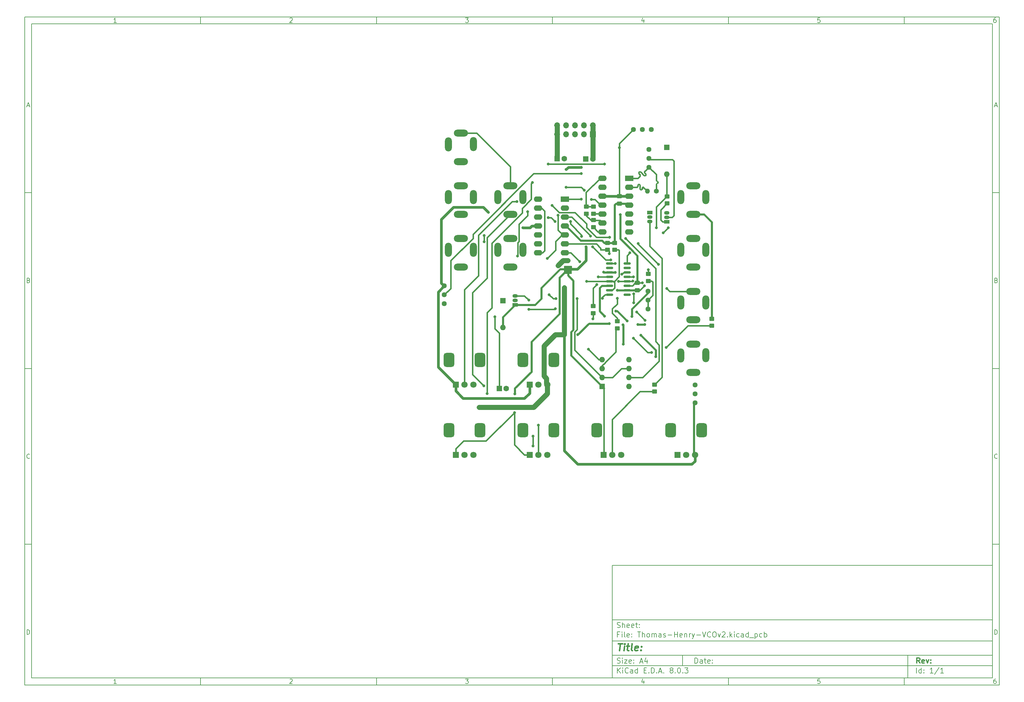
<source format=gbr>
%TF.GenerationSoftware,KiCad,Pcbnew,8.0.3*%
%TF.CreationDate,2024-12-05T20:13:47+00:00*%
%TF.ProjectId,Thomas-Henry-VCOv2,54686f6d-6173-42d4-9865-6e72792d5643,rev?*%
%TF.SameCoordinates,Original*%
%TF.FileFunction,Copper,L2,Bot*%
%TF.FilePolarity,Positive*%
%FSLAX46Y46*%
G04 Gerber Fmt 4.6, Leading zero omitted, Abs format (unit mm)*
G04 Created by KiCad (PCBNEW 8.0.3) date 2024-12-05 20:13:47*
%MOMM*%
%LPD*%
G01*
G04 APERTURE LIST*
G04 Aperture macros list*
%AMRoundRect*
0 Rectangle with rounded corners*
0 $1 Rounding radius*
0 $2 $3 $4 $5 $6 $7 $8 $9 X,Y pos of 4 corners*
0 Add a 4 corners polygon primitive as box body*
4,1,4,$2,$3,$4,$5,$6,$7,$8,$9,$2,$3,0*
0 Add four circle primitives for the rounded corners*
1,1,$1+$1,$2,$3*
1,1,$1+$1,$4,$5*
1,1,$1+$1,$6,$7*
1,1,$1+$1,$8,$9*
0 Add four rect primitives between the rounded corners*
20,1,$1+$1,$2,$3,$4,$5,0*
20,1,$1+$1,$4,$5,$6,$7,0*
20,1,$1+$1,$6,$7,$8,$9,0*
20,1,$1+$1,$8,$9,$2,$3,0*%
G04 Aperture macros list end*
%ADD10C,0.100000*%
%ADD11C,0.150000*%
%ADD12C,0.300000*%
%ADD13C,0.400000*%
%TA.AperFunction,ComponentPad*%
%ADD14R,1.800000X1.800000*%
%TD*%
%TA.AperFunction,ComponentPad*%
%ADD15C,1.800000*%
%TD*%
%TA.AperFunction,ComponentPad*%
%ADD16RoundRect,0.750000X0.750000X-1.250000X0.750000X1.250000X-0.750000X1.250000X-0.750000X-1.250000X0*%
%TD*%
%TA.AperFunction,ComponentPad*%
%ADD17O,2.000000X4.000000*%
%TD*%
%TA.AperFunction,ComponentPad*%
%ADD18O,4.000000X2.000000*%
%TD*%
%TA.AperFunction,SMDPad,CuDef*%
%ADD19RoundRect,0.250000X-0.475000X0.337500X-0.475000X-0.337500X0.475000X-0.337500X0.475000X0.337500X0*%
%TD*%
%TA.AperFunction,ComponentPad*%
%ADD20R,2.400000X1.600000*%
%TD*%
%TA.AperFunction,ComponentPad*%
%ADD21O,2.400000X1.600000*%
%TD*%
%TA.AperFunction,ComponentPad*%
%ADD22C,1.440000*%
%TD*%
%TA.AperFunction,ComponentPad*%
%ADD23R,1.600000X1.600000*%
%TD*%
%TA.AperFunction,ComponentPad*%
%ADD24O,1.600000X1.600000*%
%TD*%
%TA.AperFunction,SMDPad,CuDef*%
%ADD25RoundRect,0.250000X0.450000X-0.350000X0.450000X0.350000X-0.450000X0.350000X-0.450000X-0.350000X0*%
%TD*%
%TA.AperFunction,SMDPad,CuDef*%
%ADD26RoundRect,0.250000X-0.450000X0.350000X-0.450000X-0.350000X0.450000X-0.350000X0.450000X0.350000X0*%
%TD*%
%TA.AperFunction,ComponentPad*%
%ADD27C,1.600000*%
%TD*%
%TA.AperFunction,ComponentPad*%
%ADD28C,1.400000*%
%TD*%
%TA.AperFunction,ComponentPad*%
%ADD29O,1.400000X1.400000*%
%TD*%
%TA.AperFunction,ComponentPad*%
%ADD30R,1.700000X1.700000*%
%TD*%
%TA.AperFunction,ComponentPad*%
%ADD31O,1.700000X1.700000*%
%TD*%
%TA.AperFunction,ComponentPad*%
%ADD32R,1.500000X1.050000*%
%TD*%
%TA.AperFunction,ComponentPad*%
%ADD33O,1.500000X1.050000*%
%TD*%
%TA.AperFunction,SMDPad,CuDef*%
%ADD34RoundRect,0.150000X0.825000X0.150000X-0.825000X0.150000X-0.825000X-0.150000X0.825000X-0.150000X0*%
%TD*%
%TA.AperFunction,ViaPad*%
%ADD35C,0.800000*%
%TD*%
%TA.AperFunction,Conductor*%
%ADD36C,0.400000*%
%TD*%
%TA.AperFunction,Conductor*%
%ADD37C,0.600000*%
%TD*%
%TA.AperFunction,Conductor*%
%ADD38C,0.800000*%
%TD*%
%TA.AperFunction,Conductor*%
%ADD39C,1.400000*%
%TD*%
G04 APERTURE END LIST*
D10*
D11*
X177002200Y-166007200D02*
X285002200Y-166007200D01*
X285002200Y-198007200D01*
X177002200Y-198007200D01*
X177002200Y-166007200D01*
D10*
D11*
X10000000Y-10000000D02*
X287002200Y-10000000D01*
X287002200Y-200007200D01*
X10000000Y-200007200D01*
X10000000Y-10000000D01*
D10*
D11*
X12000000Y-12000000D02*
X285002200Y-12000000D01*
X285002200Y-198007200D01*
X12000000Y-198007200D01*
X12000000Y-12000000D01*
D10*
D11*
X60000000Y-12000000D02*
X60000000Y-10000000D01*
D10*
D11*
X110000000Y-12000000D02*
X110000000Y-10000000D01*
D10*
D11*
X160000000Y-12000000D02*
X160000000Y-10000000D01*
D10*
D11*
X210000000Y-12000000D02*
X210000000Y-10000000D01*
D10*
D11*
X260000000Y-12000000D02*
X260000000Y-10000000D01*
D10*
D11*
X36089160Y-11593604D02*
X35346303Y-11593604D01*
X35717731Y-11593604D02*
X35717731Y-10293604D01*
X35717731Y-10293604D02*
X35593922Y-10479319D01*
X35593922Y-10479319D02*
X35470112Y-10603128D01*
X35470112Y-10603128D02*
X35346303Y-10665033D01*
D10*
D11*
X85346303Y-10417414D02*
X85408207Y-10355509D01*
X85408207Y-10355509D02*
X85532017Y-10293604D01*
X85532017Y-10293604D02*
X85841541Y-10293604D01*
X85841541Y-10293604D02*
X85965350Y-10355509D01*
X85965350Y-10355509D02*
X86027255Y-10417414D01*
X86027255Y-10417414D02*
X86089160Y-10541223D01*
X86089160Y-10541223D02*
X86089160Y-10665033D01*
X86089160Y-10665033D02*
X86027255Y-10850747D01*
X86027255Y-10850747D02*
X85284398Y-11593604D01*
X85284398Y-11593604D02*
X86089160Y-11593604D01*
D10*
D11*
X135284398Y-10293604D02*
X136089160Y-10293604D01*
X136089160Y-10293604D02*
X135655826Y-10788842D01*
X135655826Y-10788842D02*
X135841541Y-10788842D01*
X135841541Y-10788842D02*
X135965350Y-10850747D01*
X135965350Y-10850747D02*
X136027255Y-10912652D01*
X136027255Y-10912652D02*
X136089160Y-11036461D01*
X136089160Y-11036461D02*
X136089160Y-11345985D01*
X136089160Y-11345985D02*
X136027255Y-11469795D01*
X136027255Y-11469795D02*
X135965350Y-11531700D01*
X135965350Y-11531700D02*
X135841541Y-11593604D01*
X135841541Y-11593604D02*
X135470112Y-11593604D01*
X135470112Y-11593604D02*
X135346303Y-11531700D01*
X135346303Y-11531700D02*
X135284398Y-11469795D01*
D10*
D11*
X185965350Y-10726938D02*
X185965350Y-11593604D01*
X185655826Y-10231700D02*
X185346303Y-11160271D01*
X185346303Y-11160271D02*
X186151064Y-11160271D01*
D10*
D11*
X236027255Y-10293604D02*
X235408207Y-10293604D01*
X235408207Y-10293604D02*
X235346303Y-10912652D01*
X235346303Y-10912652D02*
X235408207Y-10850747D01*
X235408207Y-10850747D02*
X235532017Y-10788842D01*
X235532017Y-10788842D02*
X235841541Y-10788842D01*
X235841541Y-10788842D02*
X235965350Y-10850747D01*
X235965350Y-10850747D02*
X236027255Y-10912652D01*
X236027255Y-10912652D02*
X236089160Y-11036461D01*
X236089160Y-11036461D02*
X236089160Y-11345985D01*
X236089160Y-11345985D02*
X236027255Y-11469795D01*
X236027255Y-11469795D02*
X235965350Y-11531700D01*
X235965350Y-11531700D02*
X235841541Y-11593604D01*
X235841541Y-11593604D02*
X235532017Y-11593604D01*
X235532017Y-11593604D02*
X235408207Y-11531700D01*
X235408207Y-11531700D02*
X235346303Y-11469795D01*
D10*
D11*
X285965350Y-10293604D02*
X285717731Y-10293604D01*
X285717731Y-10293604D02*
X285593922Y-10355509D01*
X285593922Y-10355509D02*
X285532017Y-10417414D01*
X285532017Y-10417414D02*
X285408207Y-10603128D01*
X285408207Y-10603128D02*
X285346303Y-10850747D01*
X285346303Y-10850747D02*
X285346303Y-11345985D01*
X285346303Y-11345985D02*
X285408207Y-11469795D01*
X285408207Y-11469795D02*
X285470112Y-11531700D01*
X285470112Y-11531700D02*
X285593922Y-11593604D01*
X285593922Y-11593604D02*
X285841541Y-11593604D01*
X285841541Y-11593604D02*
X285965350Y-11531700D01*
X285965350Y-11531700D02*
X286027255Y-11469795D01*
X286027255Y-11469795D02*
X286089160Y-11345985D01*
X286089160Y-11345985D02*
X286089160Y-11036461D01*
X286089160Y-11036461D02*
X286027255Y-10912652D01*
X286027255Y-10912652D02*
X285965350Y-10850747D01*
X285965350Y-10850747D02*
X285841541Y-10788842D01*
X285841541Y-10788842D02*
X285593922Y-10788842D01*
X285593922Y-10788842D02*
X285470112Y-10850747D01*
X285470112Y-10850747D02*
X285408207Y-10912652D01*
X285408207Y-10912652D02*
X285346303Y-11036461D01*
D10*
D11*
X60000000Y-198007200D02*
X60000000Y-200007200D01*
D10*
D11*
X110000000Y-198007200D02*
X110000000Y-200007200D01*
D10*
D11*
X160000000Y-198007200D02*
X160000000Y-200007200D01*
D10*
D11*
X210000000Y-198007200D02*
X210000000Y-200007200D01*
D10*
D11*
X260000000Y-198007200D02*
X260000000Y-200007200D01*
D10*
D11*
X36089160Y-199600804D02*
X35346303Y-199600804D01*
X35717731Y-199600804D02*
X35717731Y-198300804D01*
X35717731Y-198300804D02*
X35593922Y-198486519D01*
X35593922Y-198486519D02*
X35470112Y-198610328D01*
X35470112Y-198610328D02*
X35346303Y-198672233D01*
D10*
D11*
X85346303Y-198424614D02*
X85408207Y-198362709D01*
X85408207Y-198362709D02*
X85532017Y-198300804D01*
X85532017Y-198300804D02*
X85841541Y-198300804D01*
X85841541Y-198300804D02*
X85965350Y-198362709D01*
X85965350Y-198362709D02*
X86027255Y-198424614D01*
X86027255Y-198424614D02*
X86089160Y-198548423D01*
X86089160Y-198548423D02*
X86089160Y-198672233D01*
X86089160Y-198672233D02*
X86027255Y-198857947D01*
X86027255Y-198857947D02*
X85284398Y-199600804D01*
X85284398Y-199600804D02*
X86089160Y-199600804D01*
D10*
D11*
X135284398Y-198300804D02*
X136089160Y-198300804D01*
X136089160Y-198300804D02*
X135655826Y-198796042D01*
X135655826Y-198796042D02*
X135841541Y-198796042D01*
X135841541Y-198796042D02*
X135965350Y-198857947D01*
X135965350Y-198857947D02*
X136027255Y-198919852D01*
X136027255Y-198919852D02*
X136089160Y-199043661D01*
X136089160Y-199043661D02*
X136089160Y-199353185D01*
X136089160Y-199353185D02*
X136027255Y-199476995D01*
X136027255Y-199476995D02*
X135965350Y-199538900D01*
X135965350Y-199538900D02*
X135841541Y-199600804D01*
X135841541Y-199600804D02*
X135470112Y-199600804D01*
X135470112Y-199600804D02*
X135346303Y-199538900D01*
X135346303Y-199538900D02*
X135284398Y-199476995D01*
D10*
D11*
X185965350Y-198734138D02*
X185965350Y-199600804D01*
X185655826Y-198238900D02*
X185346303Y-199167471D01*
X185346303Y-199167471D02*
X186151064Y-199167471D01*
D10*
D11*
X236027255Y-198300804D02*
X235408207Y-198300804D01*
X235408207Y-198300804D02*
X235346303Y-198919852D01*
X235346303Y-198919852D02*
X235408207Y-198857947D01*
X235408207Y-198857947D02*
X235532017Y-198796042D01*
X235532017Y-198796042D02*
X235841541Y-198796042D01*
X235841541Y-198796042D02*
X235965350Y-198857947D01*
X235965350Y-198857947D02*
X236027255Y-198919852D01*
X236027255Y-198919852D02*
X236089160Y-199043661D01*
X236089160Y-199043661D02*
X236089160Y-199353185D01*
X236089160Y-199353185D02*
X236027255Y-199476995D01*
X236027255Y-199476995D02*
X235965350Y-199538900D01*
X235965350Y-199538900D02*
X235841541Y-199600804D01*
X235841541Y-199600804D02*
X235532017Y-199600804D01*
X235532017Y-199600804D02*
X235408207Y-199538900D01*
X235408207Y-199538900D02*
X235346303Y-199476995D01*
D10*
D11*
X285965350Y-198300804D02*
X285717731Y-198300804D01*
X285717731Y-198300804D02*
X285593922Y-198362709D01*
X285593922Y-198362709D02*
X285532017Y-198424614D01*
X285532017Y-198424614D02*
X285408207Y-198610328D01*
X285408207Y-198610328D02*
X285346303Y-198857947D01*
X285346303Y-198857947D02*
X285346303Y-199353185D01*
X285346303Y-199353185D02*
X285408207Y-199476995D01*
X285408207Y-199476995D02*
X285470112Y-199538900D01*
X285470112Y-199538900D02*
X285593922Y-199600804D01*
X285593922Y-199600804D02*
X285841541Y-199600804D01*
X285841541Y-199600804D02*
X285965350Y-199538900D01*
X285965350Y-199538900D02*
X286027255Y-199476995D01*
X286027255Y-199476995D02*
X286089160Y-199353185D01*
X286089160Y-199353185D02*
X286089160Y-199043661D01*
X286089160Y-199043661D02*
X286027255Y-198919852D01*
X286027255Y-198919852D02*
X285965350Y-198857947D01*
X285965350Y-198857947D02*
X285841541Y-198796042D01*
X285841541Y-198796042D02*
X285593922Y-198796042D01*
X285593922Y-198796042D02*
X285470112Y-198857947D01*
X285470112Y-198857947D02*
X285408207Y-198919852D01*
X285408207Y-198919852D02*
X285346303Y-199043661D01*
D10*
D11*
X10000000Y-60000000D02*
X12000000Y-60000000D01*
D10*
D11*
X10000000Y-110000000D02*
X12000000Y-110000000D01*
D10*
D11*
X10000000Y-160000000D02*
X12000000Y-160000000D01*
D10*
D11*
X10690476Y-35222176D02*
X11309523Y-35222176D01*
X10566666Y-35593604D02*
X10999999Y-34293604D01*
X10999999Y-34293604D02*
X11433333Y-35593604D01*
D10*
D11*
X11092857Y-84912652D02*
X11278571Y-84974557D01*
X11278571Y-84974557D02*
X11340476Y-85036461D01*
X11340476Y-85036461D02*
X11402380Y-85160271D01*
X11402380Y-85160271D02*
X11402380Y-85345985D01*
X11402380Y-85345985D02*
X11340476Y-85469795D01*
X11340476Y-85469795D02*
X11278571Y-85531700D01*
X11278571Y-85531700D02*
X11154761Y-85593604D01*
X11154761Y-85593604D02*
X10659523Y-85593604D01*
X10659523Y-85593604D02*
X10659523Y-84293604D01*
X10659523Y-84293604D02*
X11092857Y-84293604D01*
X11092857Y-84293604D02*
X11216666Y-84355509D01*
X11216666Y-84355509D02*
X11278571Y-84417414D01*
X11278571Y-84417414D02*
X11340476Y-84541223D01*
X11340476Y-84541223D02*
X11340476Y-84665033D01*
X11340476Y-84665033D02*
X11278571Y-84788842D01*
X11278571Y-84788842D02*
X11216666Y-84850747D01*
X11216666Y-84850747D02*
X11092857Y-84912652D01*
X11092857Y-84912652D02*
X10659523Y-84912652D01*
D10*
D11*
X11402380Y-135469795D02*
X11340476Y-135531700D01*
X11340476Y-135531700D02*
X11154761Y-135593604D01*
X11154761Y-135593604D02*
X11030952Y-135593604D01*
X11030952Y-135593604D02*
X10845238Y-135531700D01*
X10845238Y-135531700D02*
X10721428Y-135407890D01*
X10721428Y-135407890D02*
X10659523Y-135284080D01*
X10659523Y-135284080D02*
X10597619Y-135036461D01*
X10597619Y-135036461D02*
X10597619Y-134850747D01*
X10597619Y-134850747D02*
X10659523Y-134603128D01*
X10659523Y-134603128D02*
X10721428Y-134479319D01*
X10721428Y-134479319D02*
X10845238Y-134355509D01*
X10845238Y-134355509D02*
X11030952Y-134293604D01*
X11030952Y-134293604D02*
X11154761Y-134293604D01*
X11154761Y-134293604D02*
X11340476Y-134355509D01*
X11340476Y-134355509D02*
X11402380Y-134417414D01*
D10*
D11*
X10659523Y-185593604D02*
X10659523Y-184293604D01*
X10659523Y-184293604D02*
X10969047Y-184293604D01*
X10969047Y-184293604D02*
X11154761Y-184355509D01*
X11154761Y-184355509D02*
X11278571Y-184479319D01*
X11278571Y-184479319D02*
X11340476Y-184603128D01*
X11340476Y-184603128D02*
X11402380Y-184850747D01*
X11402380Y-184850747D02*
X11402380Y-185036461D01*
X11402380Y-185036461D02*
X11340476Y-185284080D01*
X11340476Y-185284080D02*
X11278571Y-185407890D01*
X11278571Y-185407890D02*
X11154761Y-185531700D01*
X11154761Y-185531700D02*
X10969047Y-185593604D01*
X10969047Y-185593604D02*
X10659523Y-185593604D01*
D10*
D11*
X287002200Y-60000000D02*
X285002200Y-60000000D01*
D10*
D11*
X287002200Y-110000000D02*
X285002200Y-110000000D01*
D10*
D11*
X287002200Y-160000000D02*
X285002200Y-160000000D01*
D10*
D11*
X285692676Y-35222176D02*
X286311723Y-35222176D01*
X285568866Y-35593604D02*
X286002199Y-34293604D01*
X286002199Y-34293604D02*
X286435533Y-35593604D01*
D10*
D11*
X286095057Y-84912652D02*
X286280771Y-84974557D01*
X286280771Y-84974557D02*
X286342676Y-85036461D01*
X286342676Y-85036461D02*
X286404580Y-85160271D01*
X286404580Y-85160271D02*
X286404580Y-85345985D01*
X286404580Y-85345985D02*
X286342676Y-85469795D01*
X286342676Y-85469795D02*
X286280771Y-85531700D01*
X286280771Y-85531700D02*
X286156961Y-85593604D01*
X286156961Y-85593604D02*
X285661723Y-85593604D01*
X285661723Y-85593604D02*
X285661723Y-84293604D01*
X285661723Y-84293604D02*
X286095057Y-84293604D01*
X286095057Y-84293604D02*
X286218866Y-84355509D01*
X286218866Y-84355509D02*
X286280771Y-84417414D01*
X286280771Y-84417414D02*
X286342676Y-84541223D01*
X286342676Y-84541223D02*
X286342676Y-84665033D01*
X286342676Y-84665033D02*
X286280771Y-84788842D01*
X286280771Y-84788842D02*
X286218866Y-84850747D01*
X286218866Y-84850747D02*
X286095057Y-84912652D01*
X286095057Y-84912652D02*
X285661723Y-84912652D01*
D10*
D11*
X286404580Y-135469795D02*
X286342676Y-135531700D01*
X286342676Y-135531700D02*
X286156961Y-135593604D01*
X286156961Y-135593604D02*
X286033152Y-135593604D01*
X286033152Y-135593604D02*
X285847438Y-135531700D01*
X285847438Y-135531700D02*
X285723628Y-135407890D01*
X285723628Y-135407890D02*
X285661723Y-135284080D01*
X285661723Y-135284080D02*
X285599819Y-135036461D01*
X285599819Y-135036461D02*
X285599819Y-134850747D01*
X285599819Y-134850747D02*
X285661723Y-134603128D01*
X285661723Y-134603128D02*
X285723628Y-134479319D01*
X285723628Y-134479319D02*
X285847438Y-134355509D01*
X285847438Y-134355509D02*
X286033152Y-134293604D01*
X286033152Y-134293604D02*
X286156961Y-134293604D01*
X286156961Y-134293604D02*
X286342676Y-134355509D01*
X286342676Y-134355509D02*
X286404580Y-134417414D01*
D10*
D11*
X285661723Y-185593604D02*
X285661723Y-184293604D01*
X285661723Y-184293604D02*
X285971247Y-184293604D01*
X285971247Y-184293604D02*
X286156961Y-184355509D01*
X286156961Y-184355509D02*
X286280771Y-184479319D01*
X286280771Y-184479319D02*
X286342676Y-184603128D01*
X286342676Y-184603128D02*
X286404580Y-184850747D01*
X286404580Y-184850747D02*
X286404580Y-185036461D01*
X286404580Y-185036461D02*
X286342676Y-185284080D01*
X286342676Y-185284080D02*
X286280771Y-185407890D01*
X286280771Y-185407890D02*
X286156961Y-185531700D01*
X286156961Y-185531700D02*
X285971247Y-185593604D01*
X285971247Y-185593604D02*
X285661723Y-185593604D01*
D10*
D11*
X200458026Y-193793328D02*
X200458026Y-192293328D01*
X200458026Y-192293328D02*
X200815169Y-192293328D01*
X200815169Y-192293328D02*
X201029455Y-192364757D01*
X201029455Y-192364757D02*
X201172312Y-192507614D01*
X201172312Y-192507614D02*
X201243741Y-192650471D01*
X201243741Y-192650471D02*
X201315169Y-192936185D01*
X201315169Y-192936185D02*
X201315169Y-193150471D01*
X201315169Y-193150471D02*
X201243741Y-193436185D01*
X201243741Y-193436185D02*
X201172312Y-193579042D01*
X201172312Y-193579042D02*
X201029455Y-193721900D01*
X201029455Y-193721900D02*
X200815169Y-193793328D01*
X200815169Y-193793328D02*
X200458026Y-193793328D01*
X202600884Y-193793328D02*
X202600884Y-193007614D01*
X202600884Y-193007614D02*
X202529455Y-192864757D01*
X202529455Y-192864757D02*
X202386598Y-192793328D01*
X202386598Y-192793328D02*
X202100884Y-192793328D01*
X202100884Y-192793328D02*
X201958026Y-192864757D01*
X202600884Y-193721900D02*
X202458026Y-193793328D01*
X202458026Y-193793328D02*
X202100884Y-193793328D01*
X202100884Y-193793328D02*
X201958026Y-193721900D01*
X201958026Y-193721900D02*
X201886598Y-193579042D01*
X201886598Y-193579042D02*
X201886598Y-193436185D01*
X201886598Y-193436185D02*
X201958026Y-193293328D01*
X201958026Y-193293328D02*
X202100884Y-193221900D01*
X202100884Y-193221900D02*
X202458026Y-193221900D01*
X202458026Y-193221900D02*
X202600884Y-193150471D01*
X203100884Y-192793328D02*
X203672312Y-192793328D01*
X203315169Y-192293328D02*
X203315169Y-193579042D01*
X203315169Y-193579042D02*
X203386598Y-193721900D01*
X203386598Y-193721900D02*
X203529455Y-193793328D01*
X203529455Y-193793328D02*
X203672312Y-193793328D01*
X204743741Y-193721900D02*
X204600884Y-193793328D01*
X204600884Y-193793328D02*
X204315170Y-193793328D01*
X204315170Y-193793328D02*
X204172312Y-193721900D01*
X204172312Y-193721900D02*
X204100884Y-193579042D01*
X204100884Y-193579042D02*
X204100884Y-193007614D01*
X204100884Y-193007614D02*
X204172312Y-192864757D01*
X204172312Y-192864757D02*
X204315170Y-192793328D01*
X204315170Y-192793328D02*
X204600884Y-192793328D01*
X204600884Y-192793328D02*
X204743741Y-192864757D01*
X204743741Y-192864757D02*
X204815170Y-193007614D01*
X204815170Y-193007614D02*
X204815170Y-193150471D01*
X204815170Y-193150471D02*
X204100884Y-193293328D01*
X205458026Y-193650471D02*
X205529455Y-193721900D01*
X205529455Y-193721900D02*
X205458026Y-193793328D01*
X205458026Y-193793328D02*
X205386598Y-193721900D01*
X205386598Y-193721900D02*
X205458026Y-193650471D01*
X205458026Y-193650471D02*
X205458026Y-193793328D01*
X205458026Y-192864757D02*
X205529455Y-192936185D01*
X205529455Y-192936185D02*
X205458026Y-193007614D01*
X205458026Y-193007614D02*
X205386598Y-192936185D01*
X205386598Y-192936185D02*
X205458026Y-192864757D01*
X205458026Y-192864757D02*
X205458026Y-193007614D01*
D10*
D11*
X177002200Y-194507200D02*
X285002200Y-194507200D01*
D10*
D11*
X178458026Y-196593328D02*
X178458026Y-195093328D01*
X179315169Y-196593328D02*
X178672312Y-195736185D01*
X179315169Y-195093328D02*
X178458026Y-195950471D01*
X179958026Y-196593328D02*
X179958026Y-195593328D01*
X179958026Y-195093328D02*
X179886598Y-195164757D01*
X179886598Y-195164757D02*
X179958026Y-195236185D01*
X179958026Y-195236185D02*
X180029455Y-195164757D01*
X180029455Y-195164757D02*
X179958026Y-195093328D01*
X179958026Y-195093328D02*
X179958026Y-195236185D01*
X181529455Y-196450471D02*
X181458027Y-196521900D01*
X181458027Y-196521900D02*
X181243741Y-196593328D01*
X181243741Y-196593328D02*
X181100884Y-196593328D01*
X181100884Y-196593328D02*
X180886598Y-196521900D01*
X180886598Y-196521900D02*
X180743741Y-196379042D01*
X180743741Y-196379042D02*
X180672312Y-196236185D01*
X180672312Y-196236185D02*
X180600884Y-195950471D01*
X180600884Y-195950471D02*
X180600884Y-195736185D01*
X180600884Y-195736185D02*
X180672312Y-195450471D01*
X180672312Y-195450471D02*
X180743741Y-195307614D01*
X180743741Y-195307614D02*
X180886598Y-195164757D01*
X180886598Y-195164757D02*
X181100884Y-195093328D01*
X181100884Y-195093328D02*
X181243741Y-195093328D01*
X181243741Y-195093328D02*
X181458027Y-195164757D01*
X181458027Y-195164757D02*
X181529455Y-195236185D01*
X182815170Y-196593328D02*
X182815170Y-195807614D01*
X182815170Y-195807614D02*
X182743741Y-195664757D01*
X182743741Y-195664757D02*
X182600884Y-195593328D01*
X182600884Y-195593328D02*
X182315170Y-195593328D01*
X182315170Y-195593328D02*
X182172312Y-195664757D01*
X182815170Y-196521900D02*
X182672312Y-196593328D01*
X182672312Y-196593328D02*
X182315170Y-196593328D01*
X182315170Y-196593328D02*
X182172312Y-196521900D01*
X182172312Y-196521900D02*
X182100884Y-196379042D01*
X182100884Y-196379042D02*
X182100884Y-196236185D01*
X182100884Y-196236185D02*
X182172312Y-196093328D01*
X182172312Y-196093328D02*
X182315170Y-196021900D01*
X182315170Y-196021900D02*
X182672312Y-196021900D01*
X182672312Y-196021900D02*
X182815170Y-195950471D01*
X184172313Y-196593328D02*
X184172313Y-195093328D01*
X184172313Y-196521900D02*
X184029455Y-196593328D01*
X184029455Y-196593328D02*
X183743741Y-196593328D01*
X183743741Y-196593328D02*
X183600884Y-196521900D01*
X183600884Y-196521900D02*
X183529455Y-196450471D01*
X183529455Y-196450471D02*
X183458027Y-196307614D01*
X183458027Y-196307614D02*
X183458027Y-195879042D01*
X183458027Y-195879042D02*
X183529455Y-195736185D01*
X183529455Y-195736185D02*
X183600884Y-195664757D01*
X183600884Y-195664757D02*
X183743741Y-195593328D01*
X183743741Y-195593328D02*
X184029455Y-195593328D01*
X184029455Y-195593328D02*
X184172313Y-195664757D01*
X186029455Y-195807614D02*
X186529455Y-195807614D01*
X186743741Y-196593328D02*
X186029455Y-196593328D01*
X186029455Y-196593328D02*
X186029455Y-195093328D01*
X186029455Y-195093328D02*
X186743741Y-195093328D01*
X187386598Y-196450471D02*
X187458027Y-196521900D01*
X187458027Y-196521900D02*
X187386598Y-196593328D01*
X187386598Y-196593328D02*
X187315170Y-196521900D01*
X187315170Y-196521900D02*
X187386598Y-196450471D01*
X187386598Y-196450471D02*
X187386598Y-196593328D01*
X188100884Y-196593328D02*
X188100884Y-195093328D01*
X188100884Y-195093328D02*
X188458027Y-195093328D01*
X188458027Y-195093328D02*
X188672313Y-195164757D01*
X188672313Y-195164757D02*
X188815170Y-195307614D01*
X188815170Y-195307614D02*
X188886599Y-195450471D01*
X188886599Y-195450471D02*
X188958027Y-195736185D01*
X188958027Y-195736185D02*
X188958027Y-195950471D01*
X188958027Y-195950471D02*
X188886599Y-196236185D01*
X188886599Y-196236185D02*
X188815170Y-196379042D01*
X188815170Y-196379042D02*
X188672313Y-196521900D01*
X188672313Y-196521900D02*
X188458027Y-196593328D01*
X188458027Y-196593328D02*
X188100884Y-196593328D01*
X189600884Y-196450471D02*
X189672313Y-196521900D01*
X189672313Y-196521900D02*
X189600884Y-196593328D01*
X189600884Y-196593328D02*
X189529456Y-196521900D01*
X189529456Y-196521900D02*
X189600884Y-196450471D01*
X189600884Y-196450471D02*
X189600884Y-196593328D01*
X190243742Y-196164757D02*
X190958028Y-196164757D01*
X190100885Y-196593328D02*
X190600885Y-195093328D01*
X190600885Y-195093328D02*
X191100885Y-196593328D01*
X191600884Y-196450471D02*
X191672313Y-196521900D01*
X191672313Y-196521900D02*
X191600884Y-196593328D01*
X191600884Y-196593328D02*
X191529456Y-196521900D01*
X191529456Y-196521900D02*
X191600884Y-196450471D01*
X191600884Y-196450471D02*
X191600884Y-196593328D01*
X193672313Y-195736185D02*
X193529456Y-195664757D01*
X193529456Y-195664757D02*
X193458027Y-195593328D01*
X193458027Y-195593328D02*
X193386599Y-195450471D01*
X193386599Y-195450471D02*
X193386599Y-195379042D01*
X193386599Y-195379042D02*
X193458027Y-195236185D01*
X193458027Y-195236185D02*
X193529456Y-195164757D01*
X193529456Y-195164757D02*
X193672313Y-195093328D01*
X193672313Y-195093328D02*
X193958027Y-195093328D01*
X193958027Y-195093328D02*
X194100885Y-195164757D01*
X194100885Y-195164757D02*
X194172313Y-195236185D01*
X194172313Y-195236185D02*
X194243742Y-195379042D01*
X194243742Y-195379042D02*
X194243742Y-195450471D01*
X194243742Y-195450471D02*
X194172313Y-195593328D01*
X194172313Y-195593328D02*
X194100885Y-195664757D01*
X194100885Y-195664757D02*
X193958027Y-195736185D01*
X193958027Y-195736185D02*
X193672313Y-195736185D01*
X193672313Y-195736185D02*
X193529456Y-195807614D01*
X193529456Y-195807614D02*
X193458027Y-195879042D01*
X193458027Y-195879042D02*
X193386599Y-196021900D01*
X193386599Y-196021900D02*
X193386599Y-196307614D01*
X193386599Y-196307614D02*
X193458027Y-196450471D01*
X193458027Y-196450471D02*
X193529456Y-196521900D01*
X193529456Y-196521900D02*
X193672313Y-196593328D01*
X193672313Y-196593328D02*
X193958027Y-196593328D01*
X193958027Y-196593328D02*
X194100885Y-196521900D01*
X194100885Y-196521900D02*
X194172313Y-196450471D01*
X194172313Y-196450471D02*
X194243742Y-196307614D01*
X194243742Y-196307614D02*
X194243742Y-196021900D01*
X194243742Y-196021900D02*
X194172313Y-195879042D01*
X194172313Y-195879042D02*
X194100885Y-195807614D01*
X194100885Y-195807614D02*
X193958027Y-195736185D01*
X194886598Y-196450471D02*
X194958027Y-196521900D01*
X194958027Y-196521900D02*
X194886598Y-196593328D01*
X194886598Y-196593328D02*
X194815170Y-196521900D01*
X194815170Y-196521900D02*
X194886598Y-196450471D01*
X194886598Y-196450471D02*
X194886598Y-196593328D01*
X195886599Y-195093328D02*
X196029456Y-195093328D01*
X196029456Y-195093328D02*
X196172313Y-195164757D01*
X196172313Y-195164757D02*
X196243742Y-195236185D01*
X196243742Y-195236185D02*
X196315170Y-195379042D01*
X196315170Y-195379042D02*
X196386599Y-195664757D01*
X196386599Y-195664757D02*
X196386599Y-196021900D01*
X196386599Y-196021900D02*
X196315170Y-196307614D01*
X196315170Y-196307614D02*
X196243742Y-196450471D01*
X196243742Y-196450471D02*
X196172313Y-196521900D01*
X196172313Y-196521900D02*
X196029456Y-196593328D01*
X196029456Y-196593328D02*
X195886599Y-196593328D01*
X195886599Y-196593328D02*
X195743742Y-196521900D01*
X195743742Y-196521900D02*
X195672313Y-196450471D01*
X195672313Y-196450471D02*
X195600884Y-196307614D01*
X195600884Y-196307614D02*
X195529456Y-196021900D01*
X195529456Y-196021900D02*
X195529456Y-195664757D01*
X195529456Y-195664757D02*
X195600884Y-195379042D01*
X195600884Y-195379042D02*
X195672313Y-195236185D01*
X195672313Y-195236185D02*
X195743742Y-195164757D01*
X195743742Y-195164757D02*
X195886599Y-195093328D01*
X197029455Y-196450471D02*
X197100884Y-196521900D01*
X197100884Y-196521900D02*
X197029455Y-196593328D01*
X197029455Y-196593328D02*
X196958027Y-196521900D01*
X196958027Y-196521900D02*
X197029455Y-196450471D01*
X197029455Y-196450471D02*
X197029455Y-196593328D01*
X197600884Y-195093328D02*
X198529456Y-195093328D01*
X198529456Y-195093328D02*
X198029456Y-195664757D01*
X198029456Y-195664757D02*
X198243741Y-195664757D01*
X198243741Y-195664757D02*
X198386599Y-195736185D01*
X198386599Y-195736185D02*
X198458027Y-195807614D01*
X198458027Y-195807614D02*
X198529456Y-195950471D01*
X198529456Y-195950471D02*
X198529456Y-196307614D01*
X198529456Y-196307614D02*
X198458027Y-196450471D01*
X198458027Y-196450471D02*
X198386599Y-196521900D01*
X198386599Y-196521900D02*
X198243741Y-196593328D01*
X198243741Y-196593328D02*
X197815170Y-196593328D01*
X197815170Y-196593328D02*
X197672313Y-196521900D01*
X197672313Y-196521900D02*
X197600884Y-196450471D01*
D10*
D11*
X177002200Y-191507200D02*
X285002200Y-191507200D01*
D10*
D12*
X264413853Y-193785528D02*
X263913853Y-193071242D01*
X263556710Y-193785528D02*
X263556710Y-192285528D01*
X263556710Y-192285528D02*
X264128139Y-192285528D01*
X264128139Y-192285528D02*
X264270996Y-192356957D01*
X264270996Y-192356957D02*
X264342425Y-192428385D01*
X264342425Y-192428385D02*
X264413853Y-192571242D01*
X264413853Y-192571242D02*
X264413853Y-192785528D01*
X264413853Y-192785528D02*
X264342425Y-192928385D01*
X264342425Y-192928385D02*
X264270996Y-192999814D01*
X264270996Y-192999814D02*
X264128139Y-193071242D01*
X264128139Y-193071242D02*
X263556710Y-193071242D01*
X265628139Y-193714100D02*
X265485282Y-193785528D01*
X265485282Y-193785528D02*
X265199568Y-193785528D01*
X265199568Y-193785528D02*
X265056710Y-193714100D01*
X265056710Y-193714100D02*
X264985282Y-193571242D01*
X264985282Y-193571242D02*
X264985282Y-192999814D01*
X264985282Y-192999814D02*
X265056710Y-192856957D01*
X265056710Y-192856957D02*
X265199568Y-192785528D01*
X265199568Y-192785528D02*
X265485282Y-192785528D01*
X265485282Y-192785528D02*
X265628139Y-192856957D01*
X265628139Y-192856957D02*
X265699568Y-192999814D01*
X265699568Y-192999814D02*
X265699568Y-193142671D01*
X265699568Y-193142671D02*
X264985282Y-193285528D01*
X266199567Y-192785528D02*
X266556710Y-193785528D01*
X266556710Y-193785528D02*
X266913853Y-192785528D01*
X267485281Y-193642671D02*
X267556710Y-193714100D01*
X267556710Y-193714100D02*
X267485281Y-193785528D01*
X267485281Y-193785528D02*
X267413853Y-193714100D01*
X267413853Y-193714100D02*
X267485281Y-193642671D01*
X267485281Y-193642671D02*
X267485281Y-193785528D01*
X267485281Y-192856957D02*
X267556710Y-192928385D01*
X267556710Y-192928385D02*
X267485281Y-192999814D01*
X267485281Y-192999814D02*
X267413853Y-192928385D01*
X267413853Y-192928385D02*
X267485281Y-192856957D01*
X267485281Y-192856957D02*
X267485281Y-192999814D01*
D10*
D11*
X178386598Y-193721900D02*
X178600884Y-193793328D01*
X178600884Y-193793328D02*
X178958026Y-193793328D01*
X178958026Y-193793328D02*
X179100884Y-193721900D01*
X179100884Y-193721900D02*
X179172312Y-193650471D01*
X179172312Y-193650471D02*
X179243741Y-193507614D01*
X179243741Y-193507614D02*
X179243741Y-193364757D01*
X179243741Y-193364757D02*
X179172312Y-193221900D01*
X179172312Y-193221900D02*
X179100884Y-193150471D01*
X179100884Y-193150471D02*
X178958026Y-193079042D01*
X178958026Y-193079042D02*
X178672312Y-193007614D01*
X178672312Y-193007614D02*
X178529455Y-192936185D01*
X178529455Y-192936185D02*
X178458026Y-192864757D01*
X178458026Y-192864757D02*
X178386598Y-192721900D01*
X178386598Y-192721900D02*
X178386598Y-192579042D01*
X178386598Y-192579042D02*
X178458026Y-192436185D01*
X178458026Y-192436185D02*
X178529455Y-192364757D01*
X178529455Y-192364757D02*
X178672312Y-192293328D01*
X178672312Y-192293328D02*
X179029455Y-192293328D01*
X179029455Y-192293328D02*
X179243741Y-192364757D01*
X179886597Y-193793328D02*
X179886597Y-192793328D01*
X179886597Y-192293328D02*
X179815169Y-192364757D01*
X179815169Y-192364757D02*
X179886597Y-192436185D01*
X179886597Y-192436185D02*
X179958026Y-192364757D01*
X179958026Y-192364757D02*
X179886597Y-192293328D01*
X179886597Y-192293328D02*
X179886597Y-192436185D01*
X180458026Y-192793328D02*
X181243741Y-192793328D01*
X181243741Y-192793328D02*
X180458026Y-193793328D01*
X180458026Y-193793328D02*
X181243741Y-193793328D01*
X182386598Y-193721900D02*
X182243741Y-193793328D01*
X182243741Y-193793328D02*
X181958027Y-193793328D01*
X181958027Y-193793328D02*
X181815169Y-193721900D01*
X181815169Y-193721900D02*
X181743741Y-193579042D01*
X181743741Y-193579042D02*
X181743741Y-193007614D01*
X181743741Y-193007614D02*
X181815169Y-192864757D01*
X181815169Y-192864757D02*
X181958027Y-192793328D01*
X181958027Y-192793328D02*
X182243741Y-192793328D01*
X182243741Y-192793328D02*
X182386598Y-192864757D01*
X182386598Y-192864757D02*
X182458027Y-193007614D01*
X182458027Y-193007614D02*
X182458027Y-193150471D01*
X182458027Y-193150471D02*
X181743741Y-193293328D01*
X183100883Y-193650471D02*
X183172312Y-193721900D01*
X183172312Y-193721900D02*
X183100883Y-193793328D01*
X183100883Y-193793328D02*
X183029455Y-193721900D01*
X183029455Y-193721900D02*
X183100883Y-193650471D01*
X183100883Y-193650471D02*
X183100883Y-193793328D01*
X183100883Y-192864757D02*
X183172312Y-192936185D01*
X183172312Y-192936185D02*
X183100883Y-193007614D01*
X183100883Y-193007614D02*
X183029455Y-192936185D01*
X183029455Y-192936185D02*
X183100883Y-192864757D01*
X183100883Y-192864757D02*
X183100883Y-193007614D01*
X184886598Y-193364757D02*
X185600884Y-193364757D01*
X184743741Y-193793328D02*
X185243741Y-192293328D01*
X185243741Y-192293328D02*
X185743741Y-193793328D01*
X186886598Y-192793328D02*
X186886598Y-193793328D01*
X186529455Y-192221900D02*
X186172312Y-193293328D01*
X186172312Y-193293328D02*
X187100883Y-193293328D01*
D10*
D11*
X263458026Y-196593328D02*
X263458026Y-195093328D01*
X264815170Y-196593328D02*
X264815170Y-195093328D01*
X264815170Y-196521900D02*
X264672312Y-196593328D01*
X264672312Y-196593328D02*
X264386598Y-196593328D01*
X264386598Y-196593328D02*
X264243741Y-196521900D01*
X264243741Y-196521900D02*
X264172312Y-196450471D01*
X264172312Y-196450471D02*
X264100884Y-196307614D01*
X264100884Y-196307614D02*
X264100884Y-195879042D01*
X264100884Y-195879042D02*
X264172312Y-195736185D01*
X264172312Y-195736185D02*
X264243741Y-195664757D01*
X264243741Y-195664757D02*
X264386598Y-195593328D01*
X264386598Y-195593328D02*
X264672312Y-195593328D01*
X264672312Y-195593328D02*
X264815170Y-195664757D01*
X265529455Y-196450471D02*
X265600884Y-196521900D01*
X265600884Y-196521900D02*
X265529455Y-196593328D01*
X265529455Y-196593328D02*
X265458027Y-196521900D01*
X265458027Y-196521900D02*
X265529455Y-196450471D01*
X265529455Y-196450471D02*
X265529455Y-196593328D01*
X265529455Y-195664757D02*
X265600884Y-195736185D01*
X265600884Y-195736185D02*
X265529455Y-195807614D01*
X265529455Y-195807614D02*
X265458027Y-195736185D01*
X265458027Y-195736185D02*
X265529455Y-195664757D01*
X265529455Y-195664757D02*
X265529455Y-195807614D01*
X268172313Y-196593328D02*
X267315170Y-196593328D01*
X267743741Y-196593328D02*
X267743741Y-195093328D01*
X267743741Y-195093328D02*
X267600884Y-195307614D01*
X267600884Y-195307614D02*
X267458027Y-195450471D01*
X267458027Y-195450471D02*
X267315170Y-195521900D01*
X269886598Y-195021900D02*
X268600884Y-196950471D01*
X271172313Y-196593328D02*
X270315170Y-196593328D01*
X270743741Y-196593328D02*
X270743741Y-195093328D01*
X270743741Y-195093328D02*
X270600884Y-195307614D01*
X270600884Y-195307614D02*
X270458027Y-195450471D01*
X270458027Y-195450471D02*
X270315170Y-195521900D01*
D10*
D11*
X177002200Y-187507200D02*
X285002200Y-187507200D01*
D10*
D13*
X178693928Y-188211638D02*
X179836785Y-188211638D01*
X179015357Y-190211638D02*
X179265357Y-188211638D01*
X180253452Y-190211638D02*
X180420119Y-188878304D01*
X180503452Y-188211638D02*
X180396309Y-188306876D01*
X180396309Y-188306876D02*
X180479643Y-188402114D01*
X180479643Y-188402114D02*
X180586786Y-188306876D01*
X180586786Y-188306876D02*
X180503452Y-188211638D01*
X180503452Y-188211638D02*
X180479643Y-188402114D01*
X181086786Y-188878304D02*
X181848690Y-188878304D01*
X181455833Y-188211638D02*
X181241548Y-189925923D01*
X181241548Y-189925923D02*
X181312976Y-190116400D01*
X181312976Y-190116400D02*
X181491548Y-190211638D01*
X181491548Y-190211638D02*
X181682024Y-190211638D01*
X182634405Y-190211638D02*
X182455833Y-190116400D01*
X182455833Y-190116400D02*
X182384405Y-189925923D01*
X182384405Y-189925923D02*
X182598690Y-188211638D01*
X184170119Y-190116400D02*
X183967738Y-190211638D01*
X183967738Y-190211638D02*
X183586785Y-190211638D01*
X183586785Y-190211638D02*
X183408214Y-190116400D01*
X183408214Y-190116400D02*
X183336785Y-189925923D01*
X183336785Y-189925923D02*
X183432024Y-189164019D01*
X183432024Y-189164019D02*
X183551071Y-188973542D01*
X183551071Y-188973542D02*
X183753452Y-188878304D01*
X183753452Y-188878304D02*
X184134404Y-188878304D01*
X184134404Y-188878304D02*
X184312976Y-188973542D01*
X184312976Y-188973542D02*
X184384404Y-189164019D01*
X184384404Y-189164019D02*
X184360595Y-189354495D01*
X184360595Y-189354495D02*
X183384404Y-189544971D01*
X185134405Y-190021161D02*
X185217738Y-190116400D01*
X185217738Y-190116400D02*
X185110595Y-190211638D01*
X185110595Y-190211638D02*
X185027262Y-190116400D01*
X185027262Y-190116400D02*
X185134405Y-190021161D01*
X185134405Y-190021161D02*
X185110595Y-190211638D01*
X185265357Y-188973542D02*
X185348690Y-189068780D01*
X185348690Y-189068780D02*
X185241548Y-189164019D01*
X185241548Y-189164019D02*
X185158214Y-189068780D01*
X185158214Y-189068780D02*
X185265357Y-188973542D01*
X185265357Y-188973542D02*
X185241548Y-189164019D01*
D10*
D11*
X178958026Y-185607614D02*
X178458026Y-185607614D01*
X178458026Y-186393328D02*
X178458026Y-184893328D01*
X178458026Y-184893328D02*
X179172312Y-184893328D01*
X179743740Y-186393328D02*
X179743740Y-185393328D01*
X179743740Y-184893328D02*
X179672312Y-184964757D01*
X179672312Y-184964757D02*
X179743740Y-185036185D01*
X179743740Y-185036185D02*
X179815169Y-184964757D01*
X179815169Y-184964757D02*
X179743740Y-184893328D01*
X179743740Y-184893328D02*
X179743740Y-185036185D01*
X180672312Y-186393328D02*
X180529455Y-186321900D01*
X180529455Y-186321900D02*
X180458026Y-186179042D01*
X180458026Y-186179042D02*
X180458026Y-184893328D01*
X181815169Y-186321900D02*
X181672312Y-186393328D01*
X181672312Y-186393328D02*
X181386598Y-186393328D01*
X181386598Y-186393328D02*
X181243740Y-186321900D01*
X181243740Y-186321900D02*
X181172312Y-186179042D01*
X181172312Y-186179042D02*
X181172312Y-185607614D01*
X181172312Y-185607614D02*
X181243740Y-185464757D01*
X181243740Y-185464757D02*
X181386598Y-185393328D01*
X181386598Y-185393328D02*
X181672312Y-185393328D01*
X181672312Y-185393328D02*
X181815169Y-185464757D01*
X181815169Y-185464757D02*
X181886598Y-185607614D01*
X181886598Y-185607614D02*
X181886598Y-185750471D01*
X181886598Y-185750471D02*
X181172312Y-185893328D01*
X182529454Y-186250471D02*
X182600883Y-186321900D01*
X182600883Y-186321900D02*
X182529454Y-186393328D01*
X182529454Y-186393328D02*
X182458026Y-186321900D01*
X182458026Y-186321900D02*
X182529454Y-186250471D01*
X182529454Y-186250471D02*
X182529454Y-186393328D01*
X182529454Y-185464757D02*
X182600883Y-185536185D01*
X182600883Y-185536185D02*
X182529454Y-185607614D01*
X182529454Y-185607614D02*
X182458026Y-185536185D01*
X182458026Y-185536185D02*
X182529454Y-185464757D01*
X182529454Y-185464757D02*
X182529454Y-185607614D01*
X184172312Y-184893328D02*
X185029455Y-184893328D01*
X184600883Y-186393328D02*
X184600883Y-184893328D01*
X185529454Y-186393328D02*
X185529454Y-184893328D01*
X186172312Y-186393328D02*
X186172312Y-185607614D01*
X186172312Y-185607614D02*
X186100883Y-185464757D01*
X186100883Y-185464757D02*
X185958026Y-185393328D01*
X185958026Y-185393328D02*
X185743740Y-185393328D01*
X185743740Y-185393328D02*
X185600883Y-185464757D01*
X185600883Y-185464757D02*
X185529454Y-185536185D01*
X187100883Y-186393328D02*
X186958026Y-186321900D01*
X186958026Y-186321900D02*
X186886597Y-186250471D01*
X186886597Y-186250471D02*
X186815169Y-186107614D01*
X186815169Y-186107614D02*
X186815169Y-185679042D01*
X186815169Y-185679042D02*
X186886597Y-185536185D01*
X186886597Y-185536185D02*
X186958026Y-185464757D01*
X186958026Y-185464757D02*
X187100883Y-185393328D01*
X187100883Y-185393328D02*
X187315169Y-185393328D01*
X187315169Y-185393328D02*
X187458026Y-185464757D01*
X187458026Y-185464757D02*
X187529455Y-185536185D01*
X187529455Y-185536185D02*
X187600883Y-185679042D01*
X187600883Y-185679042D02*
X187600883Y-186107614D01*
X187600883Y-186107614D02*
X187529455Y-186250471D01*
X187529455Y-186250471D02*
X187458026Y-186321900D01*
X187458026Y-186321900D02*
X187315169Y-186393328D01*
X187315169Y-186393328D02*
X187100883Y-186393328D01*
X188243740Y-186393328D02*
X188243740Y-185393328D01*
X188243740Y-185536185D02*
X188315169Y-185464757D01*
X188315169Y-185464757D02*
X188458026Y-185393328D01*
X188458026Y-185393328D02*
X188672312Y-185393328D01*
X188672312Y-185393328D02*
X188815169Y-185464757D01*
X188815169Y-185464757D02*
X188886598Y-185607614D01*
X188886598Y-185607614D02*
X188886598Y-186393328D01*
X188886598Y-185607614D02*
X188958026Y-185464757D01*
X188958026Y-185464757D02*
X189100883Y-185393328D01*
X189100883Y-185393328D02*
X189315169Y-185393328D01*
X189315169Y-185393328D02*
X189458026Y-185464757D01*
X189458026Y-185464757D02*
X189529455Y-185607614D01*
X189529455Y-185607614D02*
X189529455Y-186393328D01*
X190886598Y-186393328D02*
X190886598Y-185607614D01*
X190886598Y-185607614D02*
X190815169Y-185464757D01*
X190815169Y-185464757D02*
X190672312Y-185393328D01*
X190672312Y-185393328D02*
X190386598Y-185393328D01*
X190386598Y-185393328D02*
X190243740Y-185464757D01*
X190886598Y-186321900D02*
X190743740Y-186393328D01*
X190743740Y-186393328D02*
X190386598Y-186393328D01*
X190386598Y-186393328D02*
X190243740Y-186321900D01*
X190243740Y-186321900D02*
X190172312Y-186179042D01*
X190172312Y-186179042D02*
X190172312Y-186036185D01*
X190172312Y-186036185D02*
X190243740Y-185893328D01*
X190243740Y-185893328D02*
X190386598Y-185821900D01*
X190386598Y-185821900D02*
X190743740Y-185821900D01*
X190743740Y-185821900D02*
X190886598Y-185750471D01*
X191529455Y-186321900D02*
X191672312Y-186393328D01*
X191672312Y-186393328D02*
X191958026Y-186393328D01*
X191958026Y-186393328D02*
X192100883Y-186321900D01*
X192100883Y-186321900D02*
X192172312Y-186179042D01*
X192172312Y-186179042D02*
X192172312Y-186107614D01*
X192172312Y-186107614D02*
X192100883Y-185964757D01*
X192100883Y-185964757D02*
X191958026Y-185893328D01*
X191958026Y-185893328D02*
X191743741Y-185893328D01*
X191743741Y-185893328D02*
X191600883Y-185821900D01*
X191600883Y-185821900D02*
X191529455Y-185679042D01*
X191529455Y-185679042D02*
X191529455Y-185607614D01*
X191529455Y-185607614D02*
X191600883Y-185464757D01*
X191600883Y-185464757D02*
X191743741Y-185393328D01*
X191743741Y-185393328D02*
X191958026Y-185393328D01*
X191958026Y-185393328D02*
X192100883Y-185464757D01*
X192815169Y-185821900D02*
X193958027Y-185821900D01*
X194672312Y-186393328D02*
X194672312Y-184893328D01*
X194672312Y-185607614D02*
X195529455Y-185607614D01*
X195529455Y-186393328D02*
X195529455Y-184893328D01*
X196815170Y-186321900D02*
X196672313Y-186393328D01*
X196672313Y-186393328D02*
X196386599Y-186393328D01*
X196386599Y-186393328D02*
X196243741Y-186321900D01*
X196243741Y-186321900D02*
X196172313Y-186179042D01*
X196172313Y-186179042D02*
X196172313Y-185607614D01*
X196172313Y-185607614D02*
X196243741Y-185464757D01*
X196243741Y-185464757D02*
X196386599Y-185393328D01*
X196386599Y-185393328D02*
X196672313Y-185393328D01*
X196672313Y-185393328D02*
X196815170Y-185464757D01*
X196815170Y-185464757D02*
X196886599Y-185607614D01*
X196886599Y-185607614D02*
X196886599Y-185750471D01*
X196886599Y-185750471D02*
X196172313Y-185893328D01*
X197529455Y-185393328D02*
X197529455Y-186393328D01*
X197529455Y-185536185D02*
X197600884Y-185464757D01*
X197600884Y-185464757D02*
X197743741Y-185393328D01*
X197743741Y-185393328D02*
X197958027Y-185393328D01*
X197958027Y-185393328D02*
X198100884Y-185464757D01*
X198100884Y-185464757D02*
X198172313Y-185607614D01*
X198172313Y-185607614D02*
X198172313Y-186393328D01*
X198886598Y-186393328D02*
X198886598Y-185393328D01*
X198886598Y-185679042D02*
X198958027Y-185536185D01*
X198958027Y-185536185D02*
X199029456Y-185464757D01*
X199029456Y-185464757D02*
X199172313Y-185393328D01*
X199172313Y-185393328D02*
X199315170Y-185393328D01*
X199672312Y-185393328D02*
X200029455Y-186393328D01*
X200386598Y-185393328D02*
X200029455Y-186393328D01*
X200029455Y-186393328D02*
X199886598Y-186750471D01*
X199886598Y-186750471D02*
X199815169Y-186821900D01*
X199815169Y-186821900D02*
X199672312Y-186893328D01*
X200958026Y-185821900D02*
X202100884Y-185821900D01*
X202600884Y-184893328D02*
X203100884Y-186393328D01*
X203100884Y-186393328D02*
X203600884Y-184893328D01*
X204958026Y-186250471D02*
X204886598Y-186321900D01*
X204886598Y-186321900D02*
X204672312Y-186393328D01*
X204672312Y-186393328D02*
X204529455Y-186393328D01*
X204529455Y-186393328D02*
X204315169Y-186321900D01*
X204315169Y-186321900D02*
X204172312Y-186179042D01*
X204172312Y-186179042D02*
X204100883Y-186036185D01*
X204100883Y-186036185D02*
X204029455Y-185750471D01*
X204029455Y-185750471D02*
X204029455Y-185536185D01*
X204029455Y-185536185D02*
X204100883Y-185250471D01*
X204100883Y-185250471D02*
X204172312Y-185107614D01*
X204172312Y-185107614D02*
X204315169Y-184964757D01*
X204315169Y-184964757D02*
X204529455Y-184893328D01*
X204529455Y-184893328D02*
X204672312Y-184893328D01*
X204672312Y-184893328D02*
X204886598Y-184964757D01*
X204886598Y-184964757D02*
X204958026Y-185036185D01*
X205886598Y-184893328D02*
X206172312Y-184893328D01*
X206172312Y-184893328D02*
X206315169Y-184964757D01*
X206315169Y-184964757D02*
X206458026Y-185107614D01*
X206458026Y-185107614D02*
X206529455Y-185393328D01*
X206529455Y-185393328D02*
X206529455Y-185893328D01*
X206529455Y-185893328D02*
X206458026Y-186179042D01*
X206458026Y-186179042D02*
X206315169Y-186321900D01*
X206315169Y-186321900D02*
X206172312Y-186393328D01*
X206172312Y-186393328D02*
X205886598Y-186393328D01*
X205886598Y-186393328D02*
X205743741Y-186321900D01*
X205743741Y-186321900D02*
X205600883Y-186179042D01*
X205600883Y-186179042D02*
X205529455Y-185893328D01*
X205529455Y-185893328D02*
X205529455Y-185393328D01*
X205529455Y-185393328D02*
X205600883Y-185107614D01*
X205600883Y-185107614D02*
X205743741Y-184964757D01*
X205743741Y-184964757D02*
X205886598Y-184893328D01*
X207029455Y-185393328D02*
X207386598Y-186393328D01*
X207386598Y-186393328D02*
X207743741Y-185393328D01*
X208243741Y-185036185D02*
X208315169Y-184964757D01*
X208315169Y-184964757D02*
X208458027Y-184893328D01*
X208458027Y-184893328D02*
X208815169Y-184893328D01*
X208815169Y-184893328D02*
X208958027Y-184964757D01*
X208958027Y-184964757D02*
X209029455Y-185036185D01*
X209029455Y-185036185D02*
X209100884Y-185179042D01*
X209100884Y-185179042D02*
X209100884Y-185321900D01*
X209100884Y-185321900D02*
X209029455Y-185536185D01*
X209029455Y-185536185D02*
X208172312Y-186393328D01*
X208172312Y-186393328D02*
X209100884Y-186393328D01*
X209743740Y-186250471D02*
X209815169Y-186321900D01*
X209815169Y-186321900D02*
X209743740Y-186393328D01*
X209743740Y-186393328D02*
X209672312Y-186321900D01*
X209672312Y-186321900D02*
X209743740Y-186250471D01*
X209743740Y-186250471D02*
X209743740Y-186393328D01*
X210458026Y-186393328D02*
X210458026Y-184893328D01*
X210600884Y-185821900D02*
X211029455Y-186393328D01*
X211029455Y-185393328D02*
X210458026Y-185964757D01*
X211672312Y-186393328D02*
X211672312Y-185393328D01*
X211672312Y-184893328D02*
X211600884Y-184964757D01*
X211600884Y-184964757D02*
X211672312Y-185036185D01*
X211672312Y-185036185D02*
X211743741Y-184964757D01*
X211743741Y-184964757D02*
X211672312Y-184893328D01*
X211672312Y-184893328D02*
X211672312Y-185036185D01*
X213029456Y-186321900D02*
X212886598Y-186393328D01*
X212886598Y-186393328D02*
X212600884Y-186393328D01*
X212600884Y-186393328D02*
X212458027Y-186321900D01*
X212458027Y-186321900D02*
X212386598Y-186250471D01*
X212386598Y-186250471D02*
X212315170Y-186107614D01*
X212315170Y-186107614D02*
X212315170Y-185679042D01*
X212315170Y-185679042D02*
X212386598Y-185536185D01*
X212386598Y-185536185D02*
X212458027Y-185464757D01*
X212458027Y-185464757D02*
X212600884Y-185393328D01*
X212600884Y-185393328D02*
X212886598Y-185393328D01*
X212886598Y-185393328D02*
X213029456Y-185464757D01*
X214315170Y-186393328D02*
X214315170Y-185607614D01*
X214315170Y-185607614D02*
X214243741Y-185464757D01*
X214243741Y-185464757D02*
X214100884Y-185393328D01*
X214100884Y-185393328D02*
X213815170Y-185393328D01*
X213815170Y-185393328D02*
X213672312Y-185464757D01*
X214315170Y-186321900D02*
X214172312Y-186393328D01*
X214172312Y-186393328D02*
X213815170Y-186393328D01*
X213815170Y-186393328D02*
X213672312Y-186321900D01*
X213672312Y-186321900D02*
X213600884Y-186179042D01*
X213600884Y-186179042D02*
X213600884Y-186036185D01*
X213600884Y-186036185D02*
X213672312Y-185893328D01*
X213672312Y-185893328D02*
X213815170Y-185821900D01*
X213815170Y-185821900D02*
X214172312Y-185821900D01*
X214172312Y-185821900D02*
X214315170Y-185750471D01*
X215672313Y-186393328D02*
X215672313Y-184893328D01*
X215672313Y-186321900D02*
X215529455Y-186393328D01*
X215529455Y-186393328D02*
X215243741Y-186393328D01*
X215243741Y-186393328D02*
X215100884Y-186321900D01*
X215100884Y-186321900D02*
X215029455Y-186250471D01*
X215029455Y-186250471D02*
X214958027Y-186107614D01*
X214958027Y-186107614D02*
X214958027Y-185679042D01*
X214958027Y-185679042D02*
X215029455Y-185536185D01*
X215029455Y-185536185D02*
X215100884Y-185464757D01*
X215100884Y-185464757D02*
X215243741Y-185393328D01*
X215243741Y-185393328D02*
X215529455Y-185393328D01*
X215529455Y-185393328D02*
X215672313Y-185464757D01*
X216029456Y-186536185D02*
X217172313Y-186536185D01*
X217529455Y-185393328D02*
X217529455Y-186893328D01*
X217529455Y-185464757D02*
X217672313Y-185393328D01*
X217672313Y-185393328D02*
X217958027Y-185393328D01*
X217958027Y-185393328D02*
X218100884Y-185464757D01*
X218100884Y-185464757D02*
X218172313Y-185536185D01*
X218172313Y-185536185D02*
X218243741Y-185679042D01*
X218243741Y-185679042D02*
X218243741Y-186107614D01*
X218243741Y-186107614D02*
X218172313Y-186250471D01*
X218172313Y-186250471D02*
X218100884Y-186321900D01*
X218100884Y-186321900D02*
X217958027Y-186393328D01*
X217958027Y-186393328D02*
X217672313Y-186393328D01*
X217672313Y-186393328D02*
X217529455Y-186321900D01*
X219529456Y-186321900D02*
X219386598Y-186393328D01*
X219386598Y-186393328D02*
X219100884Y-186393328D01*
X219100884Y-186393328D02*
X218958027Y-186321900D01*
X218958027Y-186321900D02*
X218886598Y-186250471D01*
X218886598Y-186250471D02*
X218815170Y-186107614D01*
X218815170Y-186107614D02*
X218815170Y-185679042D01*
X218815170Y-185679042D02*
X218886598Y-185536185D01*
X218886598Y-185536185D02*
X218958027Y-185464757D01*
X218958027Y-185464757D02*
X219100884Y-185393328D01*
X219100884Y-185393328D02*
X219386598Y-185393328D01*
X219386598Y-185393328D02*
X219529456Y-185464757D01*
X220172312Y-186393328D02*
X220172312Y-184893328D01*
X220172312Y-185464757D02*
X220315170Y-185393328D01*
X220315170Y-185393328D02*
X220600884Y-185393328D01*
X220600884Y-185393328D02*
X220743741Y-185464757D01*
X220743741Y-185464757D02*
X220815170Y-185536185D01*
X220815170Y-185536185D02*
X220886598Y-185679042D01*
X220886598Y-185679042D02*
X220886598Y-186107614D01*
X220886598Y-186107614D02*
X220815170Y-186250471D01*
X220815170Y-186250471D02*
X220743741Y-186321900D01*
X220743741Y-186321900D02*
X220600884Y-186393328D01*
X220600884Y-186393328D02*
X220315170Y-186393328D01*
X220315170Y-186393328D02*
X220172312Y-186321900D01*
D10*
D11*
X177002200Y-181507200D02*
X285002200Y-181507200D01*
D10*
D11*
X178386598Y-183621900D02*
X178600884Y-183693328D01*
X178600884Y-183693328D02*
X178958026Y-183693328D01*
X178958026Y-183693328D02*
X179100884Y-183621900D01*
X179100884Y-183621900D02*
X179172312Y-183550471D01*
X179172312Y-183550471D02*
X179243741Y-183407614D01*
X179243741Y-183407614D02*
X179243741Y-183264757D01*
X179243741Y-183264757D02*
X179172312Y-183121900D01*
X179172312Y-183121900D02*
X179100884Y-183050471D01*
X179100884Y-183050471D02*
X178958026Y-182979042D01*
X178958026Y-182979042D02*
X178672312Y-182907614D01*
X178672312Y-182907614D02*
X178529455Y-182836185D01*
X178529455Y-182836185D02*
X178458026Y-182764757D01*
X178458026Y-182764757D02*
X178386598Y-182621900D01*
X178386598Y-182621900D02*
X178386598Y-182479042D01*
X178386598Y-182479042D02*
X178458026Y-182336185D01*
X178458026Y-182336185D02*
X178529455Y-182264757D01*
X178529455Y-182264757D02*
X178672312Y-182193328D01*
X178672312Y-182193328D02*
X179029455Y-182193328D01*
X179029455Y-182193328D02*
X179243741Y-182264757D01*
X179886597Y-183693328D02*
X179886597Y-182193328D01*
X180529455Y-183693328D02*
X180529455Y-182907614D01*
X180529455Y-182907614D02*
X180458026Y-182764757D01*
X180458026Y-182764757D02*
X180315169Y-182693328D01*
X180315169Y-182693328D02*
X180100883Y-182693328D01*
X180100883Y-182693328D02*
X179958026Y-182764757D01*
X179958026Y-182764757D02*
X179886597Y-182836185D01*
X181815169Y-183621900D02*
X181672312Y-183693328D01*
X181672312Y-183693328D02*
X181386598Y-183693328D01*
X181386598Y-183693328D02*
X181243740Y-183621900D01*
X181243740Y-183621900D02*
X181172312Y-183479042D01*
X181172312Y-183479042D02*
X181172312Y-182907614D01*
X181172312Y-182907614D02*
X181243740Y-182764757D01*
X181243740Y-182764757D02*
X181386598Y-182693328D01*
X181386598Y-182693328D02*
X181672312Y-182693328D01*
X181672312Y-182693328D02*
X181815169Y-182764757D01*
X181815169Y-182764757D02*
X181886598Y-182907614D01*
X181886598Y-182907614D02*
X181886598Y-183050471D01*
X181886598Y-183050471D02*
X181172312Y-183193328D01*
X183100883Y-183621900D02*
X182958026Y-183693328D01*
X182958026Y-183693328D02*
X182672312Y-183693328D01*
X182672312Y-183693328D02*
X182529454Y-183621900D01*
X182529454Y-183621900D02*
X182458026Y-183479042D01*
X182458026Y-183479042D02*
X182458026Y-182907614D01*
X182458026Y-182907614D02*
X182529454Y-182764757D01*
X182529454Y-182764757D02*
X182672312Y-182693328D01*
X182672312Y-182693328D02*
X182958026Y-182693328D01*
X182958026Y-182693328D02*
X183100883Y-182764757D01*
X183100883Y-182764757D02*
X183172312Y-182907614D01*
X183172312Y-182907614D02*
X183172312Y-183050471D01*
X183172312Y-183050471D02*
X182458026Y-183193328D01*
X183600883Y-182693328D02*
X184172311Y-182693328D01*
X183815168Y-182193328D02*
X183815168Y-183479042D01*
X183815168Y-183479042D02*
X183886597Y-183621900D01*
X183886597Y-183621900D02*
X184029454Y-183693328D01*
X184029454Y-183693328D02*
X184172311Y-183693328D01*
X184672311Y-183550471D02*
X184743740Y-183621900D01*
X184743740Y-183621900D02*
X184672311Y-183693328D01*
X184672311Y-183693328D02*
X184600883Y-183621900D01*
X184600883Y-183621900D02*
X184672311Y-183550471D01*
X184672311Y-183550471D02*
X184672311Y-183693328D01*
X184672311Y-182764757D02*
X184743740Y-182836185D01*
X184743740Y-182836185D02*
X184672311Y-182907614D01*
X184672311Y-182907614D02*
X184600883Y-182836185D01*
X184600883Y-182836185D02*
X184672311Y-182764757D01*
X184672311Y-182764757D02*
X184672311Y-182907614D01*
D10*
D11*
X197002200Y-191507200D02*
X197002200Y-194507200D01*
D10*
D11*
X261002200Y-191507200D02*
X261002200Y-198007200D01*
D14*
%TO.P,RV10,1,1*%
%TO.N,GND*%
X153500000Y-134550000D03*
D15*
%TO.P,RV10,2,2*%
%TO.N,PWM*%
X156000000Y-134550000D03*
%TO.P,RV10,3,3*%
%TO.N,Net-(J4-Pad5)*%
X158500000Y-134550000D03*
D16*
%TO.P,RV10,MP*%
%TO.N,N/C*%
X160400000Y-127550000D03*
X151600000Y-127550000D03*
%TD*%
D17*
%TO.P,J10,1,1*%
%TO.N,unconnected-(J10-Pad1)*%
X130450000Y-61250000D03*
D18*
%TO.P,J10,2,2*%
%TO.N,GND*%
X134000000Y-58050000D03*
D17*
%TO.P,J10,4,4*%
%TO.N,unconnected-(J10-Pad4)*%
X137550000Y-61200000D03*
D18*
%TO.P,J10,5,5*%
%TO.N,HARD_SYNC_IN*%
X134000000Y-66150000D03*
%TD*%
D14*
%TO.P,RV6,1,1*%
%TO.N,-12V*%
X153500000Y-114550000D03*
D15*
%TO.P,RV6,2,2*%
%TO.N,Net-(R41-Pad2)*%
X156000000Y-114550000D03*
%TO.P,RV6,3,3*%
%TO.N,+12V*%
X158500000Y-114550000D03*
D16*
%TO.P,RV6,MP*%
%TO.N,N/C*%
X151600000Y-107550000D03*
X160400000Y-107550000D03*
%TD*%
D17*
%TO.P,J2,1,1*%
%TO.N,unconnected-(J2-Pad1)*%
X144450000Y-61250000D03*
D18*
%TO.P,J2,2,2*%
%TO.N,GND*%
X148000000Y-58050000D03*
D17*
%TO.P,J2,4,4*%
%TO.N,unconnected-(J2-Pad4)*%
X151550000Y-61200000D03*
D18*
%TO.P,J2,5,5*%
%TO.N,Net-(J2-Pad5)*%
X148000000Y-66150000D03*
%TD*%
D17*
%TO.P,J8,1,1*%
%TO.N,unconnected-(J8-Pad1)*%
X196450000Y-106250000D03*
D18*
%TO.P,J8,2,2*%
%TO.N,GND*%
X200000000Y-103050000D03*
D17*
%TO.P,J8,4,4*%
%TO.N,unconnected-(J8-Pad4)*%
X203550000Y-106200000D03*
D18*
%TO.P,J8,5,5*%
%TO.N,PULSE*%
X200000000Y-111150000D03*
%TD*%
D17*
%TO.P,J9,1,1*%
%TO.N,unconnected-(J9-Pad1)*%
X196450000Y-76250000D03*
D18*
%TO.P,J9,2,2*%
%TO.N,GND*%
X200000000Y-73050000D03*
D17*
%TO.P,J9,4,4*%
%TO.N,unconnected-(J9-Pad4)*%
X203550000Y-76200000D03*
D18*
%TO.P,J9,5,5*%
%TO.N,TRI*%
X200000000Y-81150000D03*
%TD*%
D17*
%TO.P,J3,1,1*%
%TO.N,unconnected-(J3-Pad1)*%
X130450000Y-46250000D03*
D18*
%TO.P,J3,2,2*%
%TO.N,GND*%
X134000000Y-43050000D03*
D17*
%TO.P,J3,4,4*%
%TO.N,unconnected-(J3-Pad4)*%
X137550000Y-46200000D03*
D18*
%TO.P,J3,5,5*%
%TO.N,Net-(J3-Pad5)*%
X134000000Y-51150000D03*
%TD*%
D14*
%TO.P,RV9,1,1*%
%TO.N,-12V*%
X132500000Y-114550000D03*
D15*
%TO.P,RV9,2,2*%
%TO.N,Net-(R43-Pad2)*%
X135000000Y-114550000D03*
%TO.P,RV9,3,3*%
%TO.N,+12V*%
X137500000Y-114550000D03*
D16*
%TO.P,RV9,MP*%
%TO.N,N/C*%
X130600000Y-107550000D03*
X139400000Y-107550000D03*
%TD*%
D17*
%TO.P,J5,1,1*%
%TO.N,unconnected-(J5-Pad1)*%
X130450000Y-76250000D03*
D18*
%TO.P,J5,2,2*%
%TO.N,GND*%
X134000000Y-73050000D03*
D17*
%TO.P,J5,4,4*%
%TO.N,unconnected-(J5-Pad4)*%
X137550000Y-76200000D03*
D18*
%TO.P,J5,5,5*%
%TO.N,Net-(C16-Pad1)*%
X134000000Y-81150000D03*
%TD*%
D14*
%TO.P,RV8,1,1*%
%TO.N,-12V*%
X195500000Y-134550000D03*
D15*
%TO.P,RV8,2,2*%
%TO.N,PW*%
X198000000Y-134550000D03*
%TO.P,RV8,3,3*%
%TO.N,+12V*%
X200500000Y-134550000D03*
D16*
%TO.P,RV8,MP*%
%TO.N,N/C*%
X202400000Y-127550000D03*
X193600000Y-127550000D03*
%TD*%
D14*
%TO.P,RV7,1,1*%
%TO.N,GND*%
X132500000Y-134550000D03*
D15*
%TO.P,RV7,2,2*%
%TO.N,Net-(R42-Pad2)*%
X135000000Y-134550000D03*
%TO.P,RV7,3,3*%
%TO.N,Net-(J2-Pad5)*%
X137500000Y-134550000D03*
D16*
%TO.P,RV7,MP*%
%TO.N,N/C*%
X139400000Y-127550000D03*
X130600000Y-127550000D03*
%TD*%
D17*
%TO.P,J7,1,1*%
%TO.N,unconnected-(J7-Pad1)*%
X196450000Y-61250000D03*
D18*
%TO.P,J7,2,2*%
%TO.N,GND*%
X200000000Y-58050000D03*
D17*
%TO.P,J7,4,4*%
%TO.N,unconnected-(J7-Pad4)*%
X203550000Y-61200000D03*
D18*
%TO.P,J7,5,5*%
%TO.N,SINE*%
X200000000Y-66150000D03*
%TD*%
D17*
%TO.P,J4,1,1*%
%TO.N,unconnected-(J4-Pad1)*%
X144450000Y-76250000D03*
D18*
%TO.P,J4,2,2*%
%TO.N,GND*%
X148000000Y-73050000D03*
D17*
%TO.P,J4,4,4*%
%TO.N,unconnected-(J4-Pad4)*%
X151550000Y-76200000D03*
D18*
%TO.P,J4,5,5*%
%TO.N,Net-(J4-Pad5)*%
X148000000Y-81150000D03*
%TD*%
D17*
%TO.P,J6,1,1*%
%TO.N,unconnected-(J6-Pad1)*%
X196450000Y-91250000D03*
D18*
%TO.P,J6,2,2*%
%TO.N,GND*%
X200000000Y-88050000D03*
D17*
%TO.P,J6,4,4*%
%TO.N,unconnected-(J6-Pad4)*%
X203550000Y-91200000D03*
D18*
%TO.P,J6,5,5*%
%TO.N,RAMP*%
X200000000Y-96150000D03*
%TD*%
D14*
%TO.P,RV11,1,1*%
%TO.N,GND*%
X174500000Y-134550000D03*
D15*
%TO.P,RV11,2,2*%
%TO.N,LIN_FM*%
X177000000Y-134550000D03*
%TO.P,RV11,3,3*%
%TO.N,Net-(C16-Pad2)*%
X179500000Y-134550000D03*
D16*
%TO.P,RV11,MP*%
%TO.N,N/C*%
X172600000Y-127550000D03*
X181400000Y-127550000D03*
%TD*%
D19*
%TO.P,C7,1*%
%TO.N,GND*%
X179010000Y-61012500D03*
%TO.P,C7,2*%
%TO.N,+12V*%
X179010000Y-63087500D03*
%TD*%
D20*
%TO.P,U2,1*%
%TO.N,OP_555*%
X163490000Y-61847500D03*
D21*
%TO.P,U2,2,-*%
X163490000Y-64387500D03*
%TO.P,U2,3,+*%
%TO.N,Net-(C1-Pad1)*%
X163490000Y-66927500D03*
%TO.P,U2,4,V+*%
%TO.N,+12V*%
X163490000Y-69467500D03*
%TO.P,U2,5,+*%
%TO.N,OP_555*%
X163490000Y-72007500D03*
%TO.P,U2,6,-*%
%TO.N,Net-(R11-Pad2)*%
X163490000Y-74547500D03*
%TO.P,U2,7*%
%TO.N,/TRI_SIN*%
X163490000Y-77087500D03*
%TO.P,U2,8*%
%TO.N,Net-(R20-Pad2)*%
X155870000Y-77087500D03*
%TO.P,U2,9,-*%
%TO.N,Net-(R18-Pad2)*%
X155870000Y-74547500D03*
%TO.P,U2,10,+*%
%TO.N,GND*%
X155870000Y-72007500D03*
%TO.P,U2,11,V-*%
%TO.N,-12V*%
X155870000Y-69467500D03*
%TO.P,U2,12,+*%
%TO.N,Net-(R21-Pad2)*%
X155870000Y-66927500D03*
%TO.P,U2,13,-*%
%TO.N,Net-(R20-Pad2)*%
X155870000Y-64387500D03*
%TO.P,U2,14*%
%TO.N,Net-(R22-Pad2)*%
X155870000Y-61847500D03*
%TD*%
D22*
%TO.P,RV1,1,1*%
%TO.N,+12V*%
X200550000Y-119705000D03*
%TO.P,RV1,2,2*%
%TO.N,Net-(R5-Pad2)*%
X200550000Y-117165000D03*
%TO.P,RV1,3,3*%
%TO.N,-12V*%
X200550000Y-114625000D03*
%TD*%
D23*
%TO.P,D2,1,K*%
%TO.N,Net-(D2-Pad1)*%
X145920000Y-90690000D03*
D24*
%TO.P,D2,2,A*%
%TO.N,GND*%
X145920000Y-98310000D03*
%TD*%
D25*
%TO.P,R30,1*%
%TO.N,Net-(Q1-Pad1)*%
X192548000Y-63046000D03*
%TO.P,R30,2*%
%TO.N,Net-(C2-Pad2)*%
X192548000Y-61046000D03*
%TD*%
D20*
%TO.P,U3,1*%
%TO.N,Net-(R28-Pad1)*%
X181800000Y-55875000D03*
D21*
%TO.P,U3,2,-*%
%TO.N,MULTI_IN*%
X181800000Y-58415000D03*
%TO.P,U3,3,+*%
%TO.N,GND*%
X181800000Y-60955000D03*
%TO.P,U3,4,V+*%
%TO.N,+12V*%
X181800000Y-63495000D03*
%TO.P,U3,5,+*%
%TO.N,GND*%
X181800000Y-66035000D03*
%TO.P,U3,6,-*%
%TO.N,Net-(C2-Pad1)*%
X181800000Y-68575000D03*
%TO.P,U3,7*%
%TO.N,Net-(C2-Pad2)*%
X181800000Y-71115000D03*
%TO.P,U3,8*%
%TO.N,Net-(R39-Pad1)*%
X174180000Y-71115000D03*
%TO.P,U3,9,-*%
%TO.N,Net-(R38-Pad1)*%
X174180000Y-68575000D03*
%TO.P,U3,10,+*%
%TO.N,Net-(R37-Pad1)*%
X174180000Y-66035000D03*
%TO.P,U3,11,V-*%
%TO.N,-12V*%
X174180000Y-63495000D03*
%TO.P,U3,12,+*%
%TO.N,GND*%
X174180000Y-60955000D03*
%TO.P,U3,13,-*%
%TO.N,Net-(R33-Pad1)*%
X174180000Y-58415000D03*
%TO.P,U3,14*%
%TO.N,Net-(R36-Pad1)*%
X174180000Y-55875000D03*
%TD*%
D23*
%TO.P,U4,1,GND*%
%TO.N,GND*%
X174110000Y-115130000D03*
D24*
%TO.P,U4,2,TR*%
%TO.N,OP_555*%
X174110000Y-112590000D03*
%TO.P,U4,3,Q*%
%TO.N,OTA_555*%
X174110000Y-110050000D03*
%TO.P,U4,4,R*%
%TO.N,Net-(Q3-Pad3)*%
X174110000Y-107510000D03*
%TO.P,U4,5,CV*%
%TO.N,Net-(C14-Pad2)*%
X181730000Y-107510000D03*
%TO.P,U4,6,THR*%
%TO.N,OP_555*%
X181730000Y-110050000D03*
%TO.P,U4,7,DIS*%
%TO.N,Net-(R37-Pad1)*%
X181730000Y-112590000D03*
%TO.P,U4,8,VCC*%
%TO.N,+12V*%
X181730000Y-115130000D03*
%TD*%
D26*
%TO.P,R15,1*%
%TO.N,SINE*%
X205248000Y-95844000D03*
%TO.P,R15,2*%
%TO.N,Net-(R13-Pad2)*%
X205248000Y-97844000D03*
%TD*%
D22*
%TO.P,RV2,1,1*%
%TO.N,+12V*%
X187160000Y-87995000D03*
%TO.P,RV2,2,2*%
%TO.N,Net-(R9-Pad1)*%
X187160000Y-90535000D03*
%TO.P,RV2,3,3*%
X187160000Y-93075000D03*
%TD*%
D23*
%TO.P,C16,1*%
%TO.N,Net-(C16-Pad1)*%
X144864888Y-115700000D03*
D27*
%TO.P,C16,2*%
%TO.N,Net-(C16-Pad2)*%
X146864888Y-115700000D03*
%TD*%
D25*
%TO.P,R9,1*%
%TO.N,Net-(R9-Pad1)*%
X187200000Y-85100000D03*
%TO.P,R9,2*%
%TO.N,Net-(R9-Pad2)*%
X187200000Y-83100000D03*
%TD*%
D28*
%TO.P,R28,1*%
%TO.N,Net-(R28-Pad1)*%
X189510000Y-59590000D03*
D29*
%TO.P,R28,2*%
%TO.N,MULTI_IN*%
X186970000Y-59590000D03*
%TD*%
D30*
%TO.P,J1,1,Pin_1*%
%TO.N,-12V*%
X171475000Y-43375000D03*
D31*
%TO.P,J1,2,Pin_2*%
X171475000Y-40835000D03*
%TO.P,J1,3,Pin_3*%
%TO.N,GND*%
X168935000Y-43375000D03*
%TO.P,J1,4,Pin_4*%
X168935000Y-40835000D03*
%TO.P,J1,5,Pin_5*%
X166395000Y-43375000D03*
%TO.P,J1,6,Pin_6*%
X166395000Y-40835000D03*
%TO.P,J1,7,Pin_7*%
X163855000Y-43375000D03*
%TO.P,J1,8,Pin_8*%
X163855000Y-40835000D03*
%TO.P,J1,9,Pin_9*%
%TO.N,+12V*%
X161315000Y-43375000D03*
%TO.P,J1,10,Pin_10*%
X161315000Y-40835000D03*
%TD*%
D23*
%TO.P,D1,1,K*%
%TO.N,Net-(D1-Pad1)*%
X192450000Y-47070000D03*
D24*
%TO.P,D1,2,A*%
%TO.N,Net-(C2-Pad2)*%
X192450000Y-54690000D03*
%TD*%
D32*
%TO.P,Q2,1,E*%
%TO.N,Net-(Q1-Pad1)*%
X192510000Y-68270000D03*
D33*
%TO.P,Q2,2,B*%
%TO.N,Net-(Q2-Pad2)*%
X192510000Y-67000000D03*
%TO.P,Q2,3,C*%
%TO.N,OTA_Q*%
X192510000Y-65730000D03*
%TD*%
D25*
%TO.P,R38,1*%
%TO.N,Net-(R38-Pad1)*%
X169610000Y-65950000D03*
%TO.P,R38,2*%
%TO.N,Net-(R36-Pad1)*%
X169610000Y-63950000D03*
%TD*%
D26*
%TO.P,R11,1*%
%TO.N,+12V*%
X175650000Y-74240000D03*
%TO.P,R11,2*%
%TO.N,Net-(R11-Pad2)*%
X175650000Y-76240000D03*
%TD*%
D19*
%TO.P,C10,1*%
%TO.N,-12V*%
X184100000Y-85662500D03*
%TO.P,C10,2*%
%TO.N,GND*%
X184100000Y-87737500D03*
%TD*%
D26*
%TO.P,R5,1*%
%TO.N,Net-(R5-Pad1)*%
X171540000Y-92270000D03*
%TO.P,R5,2*%
%TO.N,Net-(R5-Pad2)*%
X171540000Y-94270000D03*
%TD*%
D22*
%TO.P,RV4,1,1*%
%TO.N,GND*%
X182975000Y-42060000D03*
%TO.P,RV4,2,2*%
%TO.N,Net-(R25-Pad2)*%
X185515000Y-42060000D03*
%TO.P,RV4,3,3*%
%TO.N,Net-(D1-Pad1)*%
X188055000Y-42060000D03*
%TD*%
%TO.P,RV3,1,1*%
%TO.N,Net-(R29-Pad1)*%
X187420000Y-47655000D03*
%TO.P,RV3,2,2*%
%TO.N,Net-(Q2-Pad2)*%
X187420000Y-50195000D03*
%TO.P,RV3,3,3*%
%TO.N,Net-(R28-Pad1)*%
X187420000Y-52735000D03*
%TD*%
D26*
%TO.P,R10,1*%
%TO.N,+12V*%
X177670000Y-74240000D03*
%TO.P,R10,2*%
%TO.N,Net-(R10-Pad2)*%
X177670000Y-76240000D03*
%TD*%
D25*
%TO.P,R27,1*%
%TO.N,LIN_FM*%
X188990000Y-116570000D03*
%TO.P,R27,2*%
%TO.N,Net-(C2-Pad1)*%
X188990000Y-114570000D03*
%TD*%
%TO.P,R39,1*%
%TO.N,Net-(R39-Pad1)*%
X171620000Y-69800000D03*
%TO.P,R39,2*%
%TO.N,Net-(R38-Pad1)*%
X171620000Y-67800000D03*
%TD*%
D32*
%TO.P,Q1,1,E*%
%TO.N,Net-(Q1-Pad1)*%
X187650000Y-65650000D03*
D33*
%TO.P,Q1,2,B*%
%TO.N,GND*%
X187650000Y-66920000D03*
%TO.P,Q1,3,C*%
%TO.N,Net-(C2-Pad1)*%
X187650000Y-68190000D03*
%TD*%
D34*
%TO.P,U1,1*%
%TO.N,OTA_Q*%
X181200000Y-80090000D03*
%TO.P,U1,2,DIODE_BIAS*%
%TO.N,unconnected-(U1-Pad2)*%
X181200000Y-81360000D03*
%TO.P,U1,3,+*%
%TO.N,Net-(R3-Pad1)*%
X181200000Y-82630000D03*
%TO.P,U1,4,-*%
%TO.N,Net-(R1-Pad2)*%
X181200000Y-83900000D03*
%TO.P,U1,5*%
%TO.N,Net-(C1-Pad1)*%
X181200000Y-85170000D03*
%TO.P,U1,6,V-*%
%TO.N,-12V*%
X181200000Y-86440000D03*
%TO.P,U1,7*%
%TO.N,GND*%
X181200000Y-87710000D03*
%TO.P,U1,8*%
%TO.N,unconnected-(U1-Pad8)*%
X181200000Y-88980000D03*
%TO.P,U1,9*%
%TO.N,Net-(R13-Pad2)*%
X176250000Y-88980000D03*
%TO.P,U1,10*%
%TO.N,Net-(R10-Pad2)*%
X176250000Y-87710000D03*
%TO.P,U1,11,V+*%
%TO.N,+12V*%
X176250000Y-86440000D03*
%TO.P,U1,12*%
%TO.N,Net-(R10-Pad2)*%
X176250000Y-85170000D03*
%TO.P,U1,13,-*%
%TO.N,Net-(R5-Pad1)*%
X176250000Y-83900000D03*
%TO.P,U1,14,+*%
%TO.N,GND*%
X176250000Y-82630000D03*
%TO.P,U1,15,DIODE_BIAS*%
%TO.N,unconnected-(U1-Pad15)*%
X176250000Y-81360000D03*
%TO.P,U1,16*%
%TO.N,Net-(R9-Pad2)*%
X176250000Y-80090000D03*
%TD*%
D26*
%TO.P,R4,1*%
%TO.N,Net-(R3-Pad1)*%
X178410000Y-96540000D03*
%TO.P,R4,2*%
%TO.N,OTA_555*%
X178410000Y-98540000D03*
%TD*%
D23*
%TO.P,C3,1*%
%TO.N,+12V*%
X161344888Y-50300000D03*
D27*
%TO.P,C3,2*%
%TO.N,GND*%
X163344888Y-50300000D03*
%TD*%
D32*
%TO.P,Q3,1,E*%
%TO.N,GND*%
X149390000Y-91870000D03*
D33*
%TO.P,Q3,2,B*%
%TO.N,Net-(D2-Pad1)*%
X149390000Y-90600000D03*
%TO.P,Q3,3,C*%
%TO.N,Net-(Q3-Pad3)*%
X149390000Y-89330000D03*
%TD*%
D22*
%TO.P,RV5,1,1*%
%TO.N,-12V*%
X129270000Y-86515000D03*
%TO.P,RV5,2,2*%
%TO.N,Net-(R35-Pad2)*%
X129270000Y-89055000D03*
%TO.P,RV5,3,3*%
%TO.N,+12V*%
X129270000Y-91595000D03*
%TD*%
D25*
%TO.P,R37,1*%
%TO.N,Net-(R37-Pad1)*%
X171620000Y-65950000D03*
%TO.P,R37,2*%
%TO.N,Net-(R36-Pad1)*%
X171620000Y-63950000D03*
%TD*%
D23*
%TO.P,C4,1*%
%TO.N,GND*%
X169444888Y-50400000D03*
D27*
%TO.P,C4,2*%
%TO.N,-12V*%
X171444888Y-50400000D03*
%TD*%
D35*
%TO.N,Net-(C1-Pad1)*%
X183100000Y-88800000D03*
X171400000Y-75347000D03*
X178770000Y-85170000D03*
X182800000Y-85100000D03*
X183900000Y-93900000D03*
X170800000Y-72300000D03*
X183100000Y-91300000D03*
X186300000Y-96300000D03*
X176600000Y-79100000D03*
%TO.N,GND*%
X149300000Y-117200000D03*
X178410000Y-87710000D03*
X184300000Y-97500000D03*
X174500000Y-82600000D03*
X186100000Y-86500000D03*
X149200000Y-122500000D03*
X169500000Y-75347000D03*
X186200000Y-97500000D03*
X192500000Y-87200000D03*
X181200000Y-96500000D03*
X164420000Y-81710000D03*
X178000000Y-93700000D03*
X177800000Y-82700000D03*
X179010000Y-47220000D03*
%TO.N,Net-(C2-Pad2)*%
X189500000Y-70000000D03*
%TO.N,Net-(C13-Pad1)*%
X140600500Y-73900000D03*
X140600000Y-72200000D03*
%TO.N,+12V*%
X180000000Y-97600000D03*
X164360000Y-79250000D03*
X163338000Y-100400000D03*
X182600000Y-95200000D03*
X139100000Y-121000000D03*
X167190000Y-100400000D03*
X176100000Y-97200000D03*
X180100000Y-103100000D03*
X174800000Y-95100000D03*
X163280000Y-86960000D03*
X161600000Y-80700000D03*
%TO.N,-12V*%
X189360000Y-106600000D03*
X168200000Y-52800000D03*
X163900000Y-58490000D03*
X171080000Y-61890000D03*
X185500000Y-85600000D03*
X179300000Y-66200000D03*
X141800000Y-65600000D03*
X185100000Y-100500000D03*
X169000000Y-59300000D03*
X151600000Y-70000000D03*
X163900000Y-53400000D03*
%TO.N,PWM*%
X156000000Y-126100000D03*
%TO.N,MULTI_IN*%
X174768000Y-51870000D03*
X158780000Y-51860000D03*
%TO.N,OTA_Q*%
X191500000Y-71400000D03*
X192900000Y-70000000D03*
X182015332Y-77084668D03*
%TO.N,Net-(Q3-Pad3)*%
X153260000Y-93180000D03*
X160798000Y-93034000D03*
X153255000Y-90565000D03*
X170200000Y-104540000D03*
%TO.N,Net-(R1-Pad2)*%
X183000000Y-83900000D03*
%TO.N,Net-(R3-Pad1)*%
X179734778Y-83200000D03*
X178400000Y-90000000D03*
%TO.N,Net-(R5-Pad1)*%
X172600000Y-86100000D03*
X173000000Y-83900000D03*
%TO.N,Net-(R5-Pad2)*%
X171500000Y-95900000D03*
%TO.N,/TRI_SIN*%
X167743246Y-79643246D03*
%TO.N,Net-(R10-Pad2)*%
X169700000Y-85200000D03*
%TO.N,Net-(R9-Pad2)*%
X177800000Y-80100000D03*
X187200000Y-81900000D03*
%TO.N,Net-(R11-Pad2)*%
X176100000Y-77300000D03*
%TO.N,Net-(R13-Pad2)*%
X174200000Y-90000000D03*
X188200000Y-105480000D03*
X192280000Y-104000000D03*
X183000000Y-101400000D03*
%TO.N,Net-(R21-Pad2)*%
X158766000Y-67110000D03*
X160720000Y-68180000D03*
X165100000Y-68200000D03*
X168300000Y-72400000D03*
%TO.N,Net-(R22-Pad2)*%
X176260000Y-72710000D03*
X159880000Y-63630000D03*
X190100000Y-80400000D03*
X184330000Y-74480000D03*
%TO.N,OP_555*%
X159050000Y-88990000D03*
X161000000Y-90140000D03*
X161580000Y-66420000D03*
X158560000Y-78680000D03*
X167000000Y-90140000D03*
X168200000Y-61840000D03*
%TO.N,Net-(R37-Pad1)*%
X180800000Y-73000000D03*
%TO.N,Net-(C16-Pad1)*%
X143600000Y-95300000D03*
%TO.N,Net-(J2-Pad5)*%
X140500000Y-114900000D03*
%TO.N,Net-(J4-Pad5)*%
X154500000Y-132000000D03*
X154500000Y-129200000D03*
%TO.N,Net-(R35-Pad2)*%
X168200000Y-54560000D03*
%TO.N,Net-(R41-Pad2)*%
X150090000Y-77980000D03*
X152950000Y-65410000D03*
%TO.N,Net-(R43-Pad2)*%
X149910000Y-62540000D03*
%TO.N,Net-(R42-Pad2)*%
X154300000Y-57130000D03*
X141400000Y-117100000D03*
%TD*%
D36*
%TO.N,Net-(C1-Pad1)*%
X170800000Y-72300000D02*
X170800000Y-72270000D01*
X175100000Y-79100000D02*
X171500000Y-75500000D01*
X183900000Y-93900000D02*
X186300000Y-96300000D01*
X181200000Y-85170000D02*
X178770000Y-85170000D01*
X182800000Y-85100000D02*
X182730000Y-85170000D01*
X171400000Y-75400000D02*
X171400000Y-75300000D01*
X176600000Y-79100000D02*
X175100000Y-79100000D01*
X182730000Y-85170000D02*
X181200000Y-85170000D01*
X183100000Y-88800000D02*
X183100000Y-91300000D01*
X165457500Y-66927500D02*
X163490000Y-66927500D01*
X178770000Y-85170000D02*
X178700000Y-85100000D01*
X170800000Y-72270000D02*
X165457500Y-66927500D01*
X171500000Y-75500000D02*
X171400000Y-75400000D01*
D37*
%TO.N,GND*%
X164420000Y-83520000D02*
X165900000Y-85000000D01*
D38*
X174180000Y-60955000D02*
X181800000Y-60955000D01*
D37*
X154000000Y-110900000D02*
X154000000Y-102400000D01*
D36*
X153500000Y-134550000D02*
X152050000Y-134550000D01*
D37*
X156800000Y-90100000D02*
X156800000Y-87100000D01*
X178400000Y-93700000D02*
X178000000Y-93700000D01*
D36*
X134000000Y-43050000D02*
X138450000Y-43050000D01*
X186100000Y-86500000D02*
X184890000Y-87710000D01*
X149200000Y-131700000D02*
X149200000Y-122500000D01*
D37*
X174110000Y-115130000D02*
X174600000Y-115620000D01*
X154000000Y-102400000D02*
X162000000Y-94400000D01*
X155030000Y-91870000D02*
X156800000Y-90100000D01*
X164260000Y-81870000D02*
X164420000Y-81710000D01*
D36*
X152050000Y-134550000D02*
X149200000Y-131700000D01*
X141100000Y-130600000D02*
X134700000Y-130600000D01*
X132500000Y-132800000D02*
X132500000Y-134550000D01*
X148000000Y-52600000D02*
X148000000Y-58050000D01*
D37*
X145920000Y-95340000D02*
X149390000Y-91870000D01*
X184300000Y-87710000D02*
X181200000Y-87710000D01*
X165290000Y-99620051D02*
X165290000Y-106310000D01*
D36*
X138450000Y-43050000D02*
X148000000Y-52600000D01*
X179010000Y-47220000D02*
X179010000Y-46025000D01*
D37*
X149300000Y-115600000D02*
X154000000Y-110900000D01*
X162000000Y-94400000D02*
X162000000Y-84130000D01*
X177800000Y-82700000D02*
X177730000Y-82630000D01*
X186200000Y-97500000D02*
X184300000Y-97500000D01*
X177730000Y-82630000D02*
X176250000Y-82630000D01*
X165900000Y-99010050D02*
X165290000Y-99620051D01*
D36*
X179010000Y-47220000D02*
X179010000Y-61012500D01*
X179010000Y-46025000D02*
X182975000Y-42060000D01*
X192500000Y-87200000D02*
X193350000Y-88050000D01*
D37*
X165900000Y-85000000D02*
X165900000Y-99010050D01*
X174600000Y-134450000D02*
X174500000Y-134550000D01*
X181200000Y-96500000D02*
X178400000Y-93700000D01*
D38*
X169500000Y-75347000D02*
X169500000Y-79300000D01*
D37*
X165290000Y-106310000D02*
X174110000Y-115130000D01*
X176250000Y-82630000D02*
X174530000Y-82630000D01*
D38*
X167090000Y-81710000D02*
X164420000Y-81710000D01*
D37*
X162190000Y-81710000D02*
X164420000Y-81710000D01*
X162000000Y-84130000D02*
X164420000Y-81710000D01*
X181200000Y-87710000D02*
X178410000Y-87710000D01*
X149300000Y-117200000D02*
X149300000Y-115600000D01*
X174530000Y-82630000D02*
X174500000Y-82600000D01*
D38*
X169500000Y-79300000D02*
X167090000Y-81710000D01*
D37*
X145920000Y-98310000D02*
X145920000Y-95340000D01*
X164420000Y-81710000D02*
X164420000Y-83520000D01*
D36*
X134700000Y-130600000D02*
X132500000Y-132800000D01*
D37*
X156800000Y-87100000D02*
X162190000Y-81710000D01*
X149390000Y-91870000D02*
X155030000Y-91870000D01*
D36*
X182125000Y-60955000D02*
X181800000Y-60955000D01*
X184890000Y-87710000D02*
X184300000Y-87710000D01*
X193350000Y-88050000D02*
X200000000Y-88050000D01*
X174600000Y-115620000D02*
X174600000Y-134450000D01*
X149200000Y-122500000D02*
X141100000Y-130600000D01*
X131850000Y-134550000D02*
X132500000Y-134550000D01*
%TO.N,Net-(C2-Pad1)*%
X191130000Y-112430000D02*
X191130000Y-78680000D01*
X187650000Y-75200000D02*
X187650000Y-68190000D01*
X188990000Y-114570000D02*
X191130000Y-112430000D01*
X191130000Y-78680000D02*
X187650000Y-75200000D01*
%TO.N,Net-(C2-Pad2)*%
X189500000Y-64000000D02*
X192454000Y-61046000D01*
X192450000Y-60948000D02*
X192450000Y-54690000D01*
X192454000Y-61046000D02*
X192548000Y-61046000D01*
X192548000Y-61046000D02*
X192450000Y-60948000D01*
X189500000Y-70000000D02*
X189500000Y-64000000D01*
%TO.N,Net-(C13-Pad1)*%
X140600500Y-73900000D02*
X140550000Y-73849500D01*
X140550000Y-72250000D02*
X140600000Y-72200000D01*
X140550000Y-73849500D02*
X140550000Y-72250000D01*
D37*
%TO.N,+12V*%
X175650000Y-74240000D02*
X177670000Y-74240000D01*
X173400000Y-93700000D02*
X174800000Y-95100000D01*
D38*
X163338000Y-133420000D02*
X167148000Y-137230000D01*
D37*
X179022500Y-63100000D02*
X179010000Y-63087500D01*
D39*
X157600000Y-112100000D02*
X158300000Y-112800000D01*
X163050000Y-79250000D02*
X164360000Y-79250000D01*
D37*
X200200000Y-134250000D02*
X200200000Y-120055000D01*
X176250000Y-86440000D02*
X174060000Y-86440000D01*
X167190000Y-100400000D02*
X167201000Y-100400000D01*
X163280000Y-86960000D02*
X163338000Y-87018000D01*
D38*
X161315000Y-50270112D02*
X161344888Y-50300000D01*
D37*
X180100000Y-103100000D02*
X180100000Y-97700000D01*
D39*
X163338000Y-100400000D02*
X160800000Y-100400000D01*
D37*
X168000000Y-73600000D02*
X163867500Y-69467500D01*
X187160000Y-88540000D02*
X182600000Y-93100000D01*
D38*
X163280000Y-100342000D02*
X163338000Y-100400000D01*
D37*
X177670000Y-74240000D02*
X177670000Y-63462000D01*
X181405000Y-63100000D02*
X179022500Y-63100000D01*
X178044500Y-63087500D02*
X179010000Y-63087500D01*
D39*
X154600000Y-121000000D02*
X158500000Y-117100000D01*
X157600000Y-103600000D02*
X157600000Y-112100000D01*
D38*
X200500000Y-136300000D02*
X200500000Y-134550000D01*
X163338000Y-100400000D02*
X163338000Y-133420000D01*
D37*
X170401000Y-97200000D02*
X176100000Y-97200000D01*
X200500000Y-134550000D02*
X200200000Y-134250000D01*
D39*
X163338000Y-87018000D02*
X163338000Y-100284000D01*
D37*
X173400000Y-87100000D02*
X173400000Y-93700000D01*
D36*
X164360000Y-79250000D02*
X164360000Y-79312000D01*
D39*
X158300000Y-112800000D02*
X158300000Y-114118630D01*
D37*
X187160000Y-87995000D02*
X187160000Y-88540000D01*
X180100000Y-97700000D02*
X180000000Y-97600000D01*
X175650000Y-74240000D02*
X174740000Y-74240000D01*
X182600000Y-93100000D02*
X182600000Y-95200000D01*
D38*
X199570000Y-137230000D02*
X200500000Y-136300000D01*
D37*
X174740000Y-74240000D02*
X174100000Y-73600000D01*
D39*
X161315000Y-40835000D02*
X161315000Y-43375000D01*
X139100000Y-121000000D02*
X154600000Y-121000000D01*
D37*
X177670000Y-63462000D02*
X178044500Y-63087500D01*
X167201000Y-100400000D02*
X170401000Y-97200000D01*
X200200000Y-120055000D02*
X200550000Y-119705000D01*
D39*
X160800000Y-100400000D02*
X157600000Y-103600000D01*
D37*
X163338000Y-100284000D02*
X163280000Y-100342000D01*
X158300000Y-114118630D02*
X158184315Y-114234315D01*
X181800000Y-63495000D02*
X181405000Y-63100000D01*
D39*
X161315000Y-43375000D02*
X161315000Y-50270112D01*
X161600000Y-80700000D02*
X163050000Y-79250000D01*
D37*
X174060000Y-86440000D02*
X173400000Y-87100000D01*
X174100000Y-73600000D02*
X168000000Y-73600000D01*
D39*
X158500000Y-117100000D02*
X158500000Y-114550000D01*
D37*
X163867500Y-69467500D02*
X163490000Y-69467500D01*
D38*
X167148000Y-137230000D02*
X199570000Y-137230000D01*
D37*
%TO.N,-12V*%
X179300000Y-73100000D02*
X179300000Y-66200000D01*
X182915332Y-76711875D02*
X182388125Y-76184668D01*
D38*
X128400000Y-67600000D02*
X131900000Y-64100000D01*
X127500000Y-88285000D02*
X129270000Y-86515000D01*
X152000000Y-118500000D02*
X153500000Y-117000000D01*
X132500000Y-114550000D02*
X127500000Y-109550000D01*
D39*
X171475000Y-40835000D02*
X171475000Y-43375000D01*
D38*
X171475000Y-50069888D02*
X171144888Y-50400000D01*
X140300000Y-64100000D02*
X141800000Y-65600000D01*
X154132500Y-69467500D02*
X155870000Y-69467500D01*
D37*
X189360000Y-106600000D02*
X189360000Y-104760000D01*
D38*
X164500000Y-52800000D02*
X163900000Y-53400000D01*
D36*
X171080000Y-61890000D02*
X172072000Y-61890000D01*
D37*
X184100000Y-77900000D02*
X182915332Y-76715332D01*
D36*
X184162500Y-85600000D02*
X184100000Y-85662500D01*
X185500000Y-85600000D02*
X184162500Y-85600000D01*
D38*
X134600000Y-118500000D02*
X152000000Y-118500000D01*
D36*
X183537500Y-85662500D02*
X184100000Y-85662500D01*
X172072000Y-61890000D02*
X173677000Y-63495000D01*
D38*
X153600000Y-70000000D02*
X154132500Y-69467500D01*
D36*
X173677000Y-63495000D02*
X174180000Y-63495000D01*
D39*
X171475000Y-43375000D02*
X171475000Y-50069888D01*
D38*
X168200000Y-52800000D02*
X164500000Y-52800000D01*
D36*
X168190000Y-58490000D02*
X163900000Y-58490000D01*
D37*
X182915332Y-76715332D02*
X182915332Y-76711875D01*
D38*
X127500000Y-109550000D02*
X127500000Y-88285000D01*
X129215000Y-86515000D02*
X128400000Y-85700000D01*
D36*
X169000000Y-59300000D02*
X168190000Y-58490000D01*
D38*
X132500000Y-116400000D02*
X134600000Y-118500000D01*
D36*
X181200000Y-86440000D02*
X182760000Y-86440000D01*
D38*
X132500000Y-114550000D02*
X132500000Y-116400000D01*
X128400000Y-85700000D02*
X128400000Y-67600000D01*
D37*
X189360000Y-104760000D02*
X185100000Y-100500000D01*
D38*
X131900000Y-64100000D02*
X140300000Y-64100000D01*
X153500000Y-117000000D02*
X153500000Y-114550000D01*
D36*
X182760000Y-86440000D02*
X183537500Y-85662500D01*
D37*
X182388125Y-76184668D02*
X182384668Y-76184668D01*
X184100000Y-85662500D02*
X184100000Y-77900000D01*
D38*
X129270000Y-86515000D02*
X129215000Y-86515000D01*
D37*
X182384668Y-76184668D02*
X179300000Y-73100000D01*
D38*
X151600000Y-70000000D02*
X153600000Y-70000000D01*
D37*
%TO.N,SINE*%
X205248000Y-95844000D02*
X205248000Y-68348000D01*
X205248000Y-68348000D02*
X203050000Y-66150000D01*
X203050000Y-66150000D02*
X200000000Y-66150000D01*
D36*
%TO.N,PWM*%
X156000000Y-126100000D02*
X156000000Y-134550000D01*
%TO.N,MULTI_IN*%
X186970000Y-59590000D02*
X185795000Y-58415000D01*
X184895000Y-58893968D02*
X184895000Y-58715000D01*
X174758000Y-51860000D02*
X174768000Y-51870000D01*
X185495000Y-58715000D02*
X185495000Y-58893968D01*
X158780000Y-51860000D02*
X174758000Y-51860000D01*
X184295000Y-57936032D02*
X184295000Y-58115000D01*
X183995000Y-58415000D02*
X182684708Y-58415000D01*
X182684708Y-58415000D02*
X181800000Y-58415000D01*
X184895000Y-58715000D02*
X184895000Y-57936032D01*
X185195000Y-59193968D02*
G75*
G02*
X184895032Y-58893968I0J299968D01*
G01*
X185795000Y-58415000D02*
G75*
G03*
X185495000Y-58715000I0J-300000D01*
G01*
X184295000Y-58115000D02*
G75*
G02*
X183995000Y-58415000I-300000J0D01*
G01*
X184595000Y-57636032D02*
G75*
G03*
X184295032Y-57936032I0J-299968D01*
G01*
X184895000Y-57936032D02*
G75*
G03*
X184595000Y-57636000I-300000J32D01*
G01*
X185495000Y-58893968D02*
G75*
G02*
X185195000Y-59194000I-300000J-32D01*
G01*
%TO.N,LIN_FM*%
X177000000Y-124450000D02*
X177000000Y-134550000D01*
X188990000Y-116570000D02*
X184880000Y-116570000D01*
X184880000Y-116570000D02*
X177000000Y-124450000D01*
%TO.N,Net-(Q1-Pad1)*%
X192548000Y-63046000D02*
X190750000Y-64844000D01*
X190750000Y-67750000D02*
X191270000Y-68270000D01*
X191270000Y-68270000D02*
X192510000Y-68270000D01*
X190750000Y-64844000D02*
X190750000Y-67750000D01*
%TO.N,Net-(Q2-Pad2)*%
X194490000Y-66510000D02*
X194000000Y-67000000D01*
X194490000Y-51034000D02*
X194490000Y-66510000D01*
X194072000Y-50616000D02*
X194490000Y-51034000D01*
X187841000Y-50616000D02*
X194072000Y-50616000D01*
X194000000Y-67000000D02*
X192510000Y-67000000D01*
X187420000Y-50195000D02*
X187841000Y-50616000D01*
%TO.N,OTA_Q*%
X182015332Y-77084668D02*
X181200000Y-77900000D01*
X192530000Y-65630000D02*
X192510000Y-65650000D01*
X191500000Y-71400000D02*
X192900000Y-70000000D01*
X181200000Y-77900000D02*
X181200000Y-80090000D01*
%TO.N,Net-(Q3-Pad3)*%
X152020000Y-89330000D02*
X153255000Y-90565000D01*
X149390000Y-89330000D02*
X152020000Y-89330000D01*
X160798000Y-93034000D02*
X160652000Y-93180000D01*
X153255000Y-90565000D02*
X153290000Y-90600000D01*
X170200000Y-104540000D02*
X173170000Y-107510000D01*
X173170000Y-107510000D02*
X174110000Y-107510000D01*
X160652000Y-93180000D02*
X153260000Y-93180000D01*
%TO.N,Net-(R1-Pad2)*%
X181200000Y-83900000D02*
X183000000Y-83900000D01*
%TO.N,Net-(R3-Pad1)*%
X178410000Y-96540000D02*
X178410000Y-95710000D01*
X179734778Y-83200000D02*
X180304778Y-82630000D01*
X178410000Y-95710000D02*
X177000000Y-94300000D01*
X178400000Y-91600000D02*
X178400000Y-90000000D01*
X180304778Y-82630000D02*
X181200000Y-82630000D01*
X178410000Y-96540000D02*
X178580000Y-96370000D01*
X177000000Y-93000000D02*
X178400000Y-91600000D01*
X177000000Y-94300000D02*
X177000000Y-93000000D01*
%TO.N,OTA_555*%
X175310000Y-108007057D02*
X174607057Y-108710000D01*
X177980000Y-105298629D02*
X175310000Y-107968629D01*
X175310000Y-107968629D02*
X175310000Y-108007057D01*
X174110000Y-109168629D02*
X174110000Y-110050000D01*
X177980000Y-98970000D02*
X177980000Y-105298629D01*
X178410000Y-98540000D02*
X177980000Y-98970000D01*
X174568629Y-108710000D02*
X174110000Y-109168629D01*
X174607057Y-108710000D02*
X174568629Y-108710000D01*
%TO.N,Net-(R5-Pad1)*%
X171540000Y-92270000D02*
X171540000Y-87160000D01*
X172600000Y-86100000D02*
X172600000Y-85900000D01*
X176250000Y-83900000D02*
X173000000Y-83900000D01*
X171540000Y-87160000D02*
X172600000Y-86100000D01*
%TO.N,Net-(R5-Pad2)*%
X171540000Y-94270000D02*
X171540000Y-95860000D01*
X171540000Y-95860000D02*
X171500000Y-95900000D01*
%TO.N,/TRI_SIN*%
X167743246Y-79643246D02*
X165187500Y-77087500D01*
X165187500Y-77087500D02*
X163490000Y-77087500D01*
%TO.N,Net-(R10-Pad2)*%
X178800000Y-76240000D02*
X177670000Y-76240000D01*
X177630000Y-85170000D02*
X178934778Y-83865222D01*
X177270000Y-85170000D02*
X176250000Y-85170000D01*
X176250000Y-85170000D02*
X177630000Y-85170000D01*
X178934778Y-76374778D02*
X178800000Y-76240000D01*
X178934778Y-83865222D02*
X178934778Y-76374778D01*
X177625000Y-85525000D02*
X177270000Y-85170000D01*
X177625000Y-87075000D02*
X177625000Y-85525000D01*
X176250000Y-87710000D02*
X176990000Y-87710000D01*
X169730000Y-85170000D02*
X169700000Y-85200000D01*
X176990000Y-87710000D02*
X177625000Y-87075000D01*
X176250000Y-85170000D02*
X169730000Y-85170000D01*
%TO.N,Net-(R9-Pad1)*%
X188200000Y-85100000D02*
X187200000Y-85100000D01*
X188500000Y-89195000D02*
X188500000Y-85400000D01*
X187160000Y-93075000D02*
X187160000Y-90535000D01*
X187160000Y-90535000D02*
X188500000Y-89195000D01*
X188500000Y-85400000D02*
X188200000Y-85100000D01*
%TO.N,Net-(R9-Pad2)*%
X177790000Y-80090000D02*
X176250000Y-80090000D01*
X177800000Y-80100000D02*
X177790000Y-80090000D01*
X187200000Y-83100000D02*
X187200000Y-81900000D01*
%TO.N,Net-(R11-Pad2)*%
X175640000Y-76250000D02*
X175650000Y-76240000D01*
X163490000Y-74547500D02*
X172477500Y-74547500D01*
X176100000Y-77300000D02*
X176100000Y-76690000D01*
X176100000Y-76690000D02*
X175650000Y-76240000D01*
X173710000Y-76250000D02*
X175640000Y-76250000D01*
X173710000Y-75780000D02*
X173710000Y-76250000D01*
X175630000Y-76260000D02*
X175650000Y-76240000D01*
X172477500Y-74547500D02*
X173710000Y-75780000D01*
%TO.N,Net-(R13-Pad2)*%
X174200000Y-90000000D02*
X174200000Y-89700000D01*
X198480000Y-97800000D02*
X205204000Y-97800000D01*
X192280000Y-104000000D02*
X198480000Y-97800000D01*
X174920000Y-88980000D02*
X176250000Y-88980000D01*
X174200000Y-89700000D02*
X174920000Y-88980000D01*
X187080000Y-105480000D02*
X183000000Y-101400000D01*
X188200000Y-105480000D02*
X187080000Y-105480000D01*
X205204000Y-97800000D02*
X205248000Y-97844000D01*
%TO.N,Net-(R20-Pad2)*%
X156927500Y-64387500D02*
X157750000Y-65210000D01*
X157750000Y-76524000D02*
X157186500Y-77087500D01*
X157186500Y-77087500D02*
X155870000Y-77087500D01*
X157750000Y-65210000D02*
X157750000Y-76524000D01*
X155870000Y-64387500D02*
X156927500Y-64387500D01*
%TO.N,Net-(R21-Pad2)*%
X168300000Y-72100000D02*
X165100000Y-68900000D01*
X168300000Y-72400000D02*
X168300000Y-72100000D01*
X159650000Y-67110000D02*
X160720000Y-68180000D01*
X158766000Y-67110000D02*
X159650000Y-67110000D01*
X165100000Y-68900000D02*
X165100000Y-68200000D01*
%TO.N,Net-(R22-Pad2)*%
X169688000Y-68904000D02*
X169688000Y-69920000D01*
X166441500Y-65657500D02*
X169688000Y-68904000D01*
X190074000Y-80400000D02*
X184330000Y-74656000D01*
X190100000Y-80400000D02*
X190074000Y-80400000D01*
X169688000Y-69920000D02*
X172478000Y-72710000D01*
X172478000Y-72710000D02*
X176260000Y-72710000D01*
X184330000Y-74656000D02*
X184330000Y-74480000D01*
X161907500Y-65657500D02*
X166441500Y-65657500D01*
X159880000Y-63630000D02*
X161907500Y-65657500D01*
%TO.N,Net-(R28-Pad1)*%
X189928632Y-56928632D02*
X189928632Y-57160000D01*
X189510000Y-57810000D02*
X189510000Y-59590000D01*
X184615920Y-54154402D02*
X184615921Y-54154402D01*
X187420000Y-52735000D02*
X186227500Y-53927500D01*
X189510000Y-57578632D02*
X189510000Y-57810000D01*
X186000601Y-55079459D02*
X186000599Y-55079460D01*
X186000599Y-55079460D02*
X185075540Y-54154402D01*
X184615921Y-54614021D02*
X184848639Y-54846739D01*
X186227500Y-54387120D02*
X186460219Y-54619839D01*
X186460220Y-55079458D02*
X186460219Y-55079459D01*
X184280000Y-55875000D02*
X181800000Y-55875000D01*
X187420000Y-52735000D02*
X189510000Y-54825000D01*
X184615921Y-54614020D02*
X184615921Y-54614021D01*
X189510000Y-54825000D02*
X189510000Y-56510000D01*
X184848640Y-55306358D02*
X184848639Y-55306359D01*
X184848639Y-55306359D02*
X184280000Y-55875000D01*
X186227500Y-53927500D02*
G75*
G03*
X186227510Y-54387110I229800J-229800D01*
G01*
X189510000Y-56510000D02*
G75*
G03*
X189719316Y-56719300I209300J0D01*
G01*
X186460219Y-55079459D02*
G75*
G02*
X186000601Y-55079459I-229809J229806D01*
G01*
X184615921Y-54154402D02*
G75*
G03*
X184615932Y-54614009I229779J-229798D01*
G01*
X189719316Y-57369316D02*
G75*
G03*
X189510016Y-57578632I-16J-209284D01*
G01*
X186460219Y-54619839D02*
G75*
G02*
X186460171Y-55079409I-229819J-229761D01*
G01*
X184848639Y-54846739D02*
G75*
G02*
X184848591Y-55306309I-229839J-229761D01*
G01*
X185075540Y-54154402D02*
G75*
G03*
X184615920Y-54154402I-229810J-229811D01*
G01*
X189719316Y-56719316D02*
G75*
G02*
X189928584Y-56928632I-16J-209284D01*
G01*
X189928632Y-57160000D02*
G75*
G02*
X189719316Y-57369332I-209332J0D01*
G01*
%TO.N,OP_555*%
X167000000Y-98900000D02*
X166300000Y-99600000D01*
X161680000Y-70710000D02*
X161580000Y-70610000D01*
X158560000Y-78680000D02*
X160930000Y-76310000D01*
X166300000Y-104780000D02*
X174110000Y-112590000D01*
X166300000Y-99600000D02*
X166300000Y-104780000D01*
X161000000Y-90140000D02*
X160200000Y-90140000D01*
X177056000Y-112590000D02*
X174110000Y-112590000D01*
X163490000Y-72007500D02*
X162977500Y-72007500D01*
X161580000Y-70610000D02*
X161580000Y-66420000D01*
X168192500Y-61847500D02*
X168200000Y-61840000D01*
X160930000Y-73820000D02*
X162742500Y-72007500D01*
X162977500Y-72007500D02*
X161680000Y-70710000D01*
X179596000Y-110050000D02*
X177056000Y-112590000D01*
X181730000Y-110050000D02*
X179596000Y-110050000D01*
X167000000Y-90140000D02*
X167000000Y-98900000D01*
X160930000Y-76310000D02*
X160930000Y-73820000D01*
X162742500Y-72007500D02*
X163490000Y-72007500D01*
X163490000Y-61847500D02*
X168192500Y-61847500D01*
X160200000Y-90140000D02*
X159050000Y-88990000D01*
%TO.N,Net-(R36-Pad1)*%
X169610000Y-63950000D02*
X169560000Y-63900000D01*
X169610000Y-63950000D02*
X171620000Y-63950000D01*
X169560000Y-63900000D02*
X169560000Y-59888000D01*
X173573000Y-55875000D02*
X174180000Y-55875000D01*
X169560000Y-59888000D02*
X173573000Y-55875000D01*
%TO.N,Net-(R37-Pad1)*%
X190320000Y-103320000D02*
X190320000Y-107880000D01*
X174095000Y-65950000D02*
X174180000Y-66035000D01*
X189340000Y-102340000D02*
X190320000Y-103320000D01*
X180800000Y-73000000D02*
X189340000Y-81540000D01*
X185610000Y-112590000D02*
X181730000Y-112590000D01*
X189340000Y-81540000D02*
X189340000Y-102340000D01*
X190320000Y-107880000D02*
X185610000Y-112590000D01*
X171620000Y-65950000D02*
X174095000Y-65950000D01*
%TO.N,Net-(R38-Pad1)*%
X169610000Y-66540000D02*
X170870000Y-67800000D01*
X171620000Y-67800000D02*
X171708000Y-67888000D01*
X169610000Y-65950000D02*
X169610000Y-66540000D01*
X170870000Y-67800000D02*
X171620000Y-67800000D01*
X173785000Y-68970000D02*
X174180000Y-68575000D01*
X173493000Y-67888000D02*
X174180000Y-68575000D01*
X171708000Y-67888000D02*
X173493000Y-67888000D01*
%TO.N,Net-(R39-Pad1)*%
X171620000Y-69820000D02*
X172915000Y-71115000D01*
X171620000Y-69800000D02*
X171620000Y-69820000D01*
X172915000Y-71115000D02*
X174180000Y-71115000D01*
%TO.N,Net-(C16-Pad1)*%
X143600000Y-98700000D02*
X143600000Y-95300000D01*
X144864888Y-115700000D02*
X144864888Y-99964888D01*
X144864888Y-99964888D02*
X143600000Y-98700000D01*
D37*
%TO.N,Net-(C16-Pad2)*%
X179000000Y-134050000D02*
X179500000Y-134550000D01*
D36*
%TO.N,Net-(J2-Pad5)*%
X137300000Y-88400000D02*
X141400000Y-84300000D01*
X140500000Y-114900000D02*
X137300000Y-111700000D01*
X137300000Y-111700000D02*
X137300000Y-88400000D01*
X141400000Y-72750000D02*
X148000000Y-66150000D01*
X141400000Y-84300000D02*
X141400000Y-72750000D01*
%TO.N,Net-(J4-Pad5)*%
X154500000Y-132000000D02*
X154500000Y-129200000D01*
%TO.N,Net-(R35-Pad2)*%
X131120000Y-79280000D02*
X131120000Y-87205000D01*
X131120000Y-87205000D02*
X129270000Y-89055000D01*
X168200000Y-54560000D02*
X154640000Y-54560000D01*
X137410000Y-71790000D02*
X137410000Y-72990000D01*
X154640000Y-54560000D02*
X137410000Y-71790000D01*
X137410000Y-72990000D02*
X131120000Y-79280000D01*
%TO.N,Net-(R41-Pad2)*%
X150109950Y-77960050D02*
X150109950Y-74190050D01*
X150450000Y-68950000D02*
X152950000Y-66450000D01*
X150090000Y-77980000D02*
X150109950Y-77960050D01*
X152950000Y-66450000D02*
X152950000Y-65410000D01*
X150109950Y-74190050D02*
X150450000Y-73850000D01*
X150450000Y-73850000D02*
X150450000Y-68950000D01*
%TO.N,Net-(R43-Pad2)*%
X139000000Y-72038629D02*
X148498629Y-62540000D01*
X139000000Y-83590000D02*
X139000000Y-72038629D01*
X135000000Y-114550000D02*
X135000000Y-87590000D01*
X135000000Y-87590000D02*
X139000000Y-83590000D01*
X148498629Y-62540000D02*
X149910000Y-62540000D01*
%TO.N,Net-(R42-Pad2)*%
X142800000Y-74329899D02*
X142800000Y-85340000D01*
X142800000Y-92700000D02*
X142800000Y-85300000D01*
X151400000Y-65729899D02*
X142800000Y-74329899D01*
X153970000Y-61870000D02*
X151400000Y-64440000D01*
X151400000Y-64440000D02*
X151400000Y-65729899D01*
X153970000Y-57460000D02*
X153970000Y-61870000D01*
X141400000Y-94100000D02*
X142800000Y-92700000D01*
X141400000Y-117100000D02*
X141400000Y-94100000D01*
X154300000Y-57130000D02*
X153970000Y-57460000D01*
%TD*%
%TA.AperFunction,Conductor*%
%TO.N,GND*%
G36*
X165462793Y-80808192D02*
G01*
X165509298Y-80861837D01*
X165520682Y-80916064D01*
X165490574Y-82955971D01*
X165469569Y-83023790D01*
X165415233Y-83069486D01*
X165364617Y-83080112D01*
X163400522Y-83080565D01*
X163332397Y-83060579D01*
X163285891Y-83006934D01*
X163274493Y-82954904D01*
X163268999Y-80914998D01*
X163288818Y-80846824D01*
X163342348Y-80800187D01*
X163394968Y-80788659D01*
X165394670Y-80788205D01*
X165462793Y-80808192D01*
G37*
%TD.AperFunction*%
%TD*%
M02*

</source>
